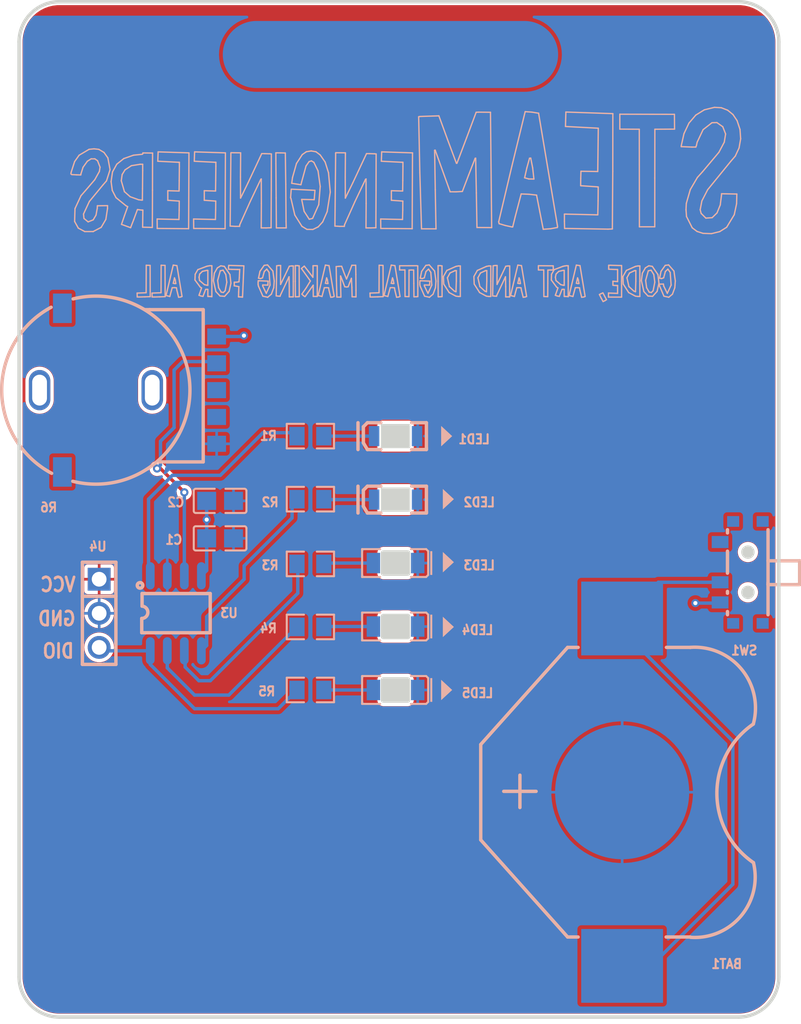
<source format=kicad_pcb>
(kicad_pcb (version 20240108) (generator "pcbnew") (generator_version "8.0")
  (layers (0 "F.Cu" signal "Top Layer") (31 "B.Cu" signal "Bottom Layer") (34 "B.Paste" user "Bottom Paste Mask Layer") (35 "F.Paste" user "Top Paste Mask Layer") (36 "B.SilkS" user "Bottom Silkscreen Layer") (37 "F.SilkS" user "Top Silkscreen Layer") (38 "B.Mask" user "Bottom Solder Mask Layer") (39 "F.Mask" user "Top Solder Mask Layer") (44 "Edge.Cuts" user "Multi-Layer"))
  (net 0 "")
  (net 1 "VCC")
  (net 2 "GND")
  (net 3 "$1N1644")
  (net 4 "DIO")
  (net 5 "$1N2535")
  (net 6 "$1N2528")
  (net 7 "$1N2487")
  (net 8 "$1N2533")
  (net 9 "$1N2553")
  (net 10 "A0")
  (net 11 "LED1")
  (net 12 "LED2")
  (net 13 "LED3")
  (net 14 "LED4")
  (footprint "ProPrj_spoonsmeter_2025-02-03:Pad_e11" (layer "F.Cu") (at 149.812 71.524)
    (property "Reference" "")
    (property "Value" "")
  )
  (footprint "ProPrj_spoonsmeter_2025-02-03:R0805" (layer "B.Cu") (at 143.843 104.671)
    (property "Reference" "R2")
    (property "Value" "")
  )
  (footprint "ProPrj_spoonsmeter_2025-02-03:R0805" (layer "B.Cu") (at 143.843 99.972)
    (property "Reference" "R1")
    (property "Value" "")
  )
  (footprint "ProPrj_spoonsmeter_2025-02-03:LED1206-FD_GREEN-EH" (layer "B.Cu") (at 150.193 99.972 180)
    (property "Reference" "LED1")
    (property "Value" "")
    (fp_poly (pts (xy 0 -0.9) (arc (start 1 -0.9) (mid 1.070711 -0.870711) (end 1.1 -0.8)) (arc (start 1.1 0.8) (mid 1.070711 0.870711) (end 1 0.9)) (arc (start -1 0.9) (mid -1.070711 0.870711) (end -1.1 0.8)) (arc (start -1.1 -0.8) (mid -1.070711 -0.870711) (end -1 -0.9))) (fill solid) (layer "Edge.Cuts"))
  )
  (footprint "ProPrj_spoonsmeter_2025-02-03:RES-SMD_RK10J11R0A0H" (layer "B.Cu") (at 130.254 96.543 -90)
    (property "Reference" "R6")
    (property "Value" "")
  )
  (footprint "ProPrj_spoonsmeter_2025-02-03:R0805" (layer "B.Cu") (at 143.843 114.196)
    (property "Reference" "R4")
    (property "Value" "")
  )
  (footprint "ProPrj_spoonsmeter_2025-02-03:LED1206-RD_RED_LTST-C230CKT" (layer "B.Cu") (at 150.193 114.1645 180)
    (property "Reference" "LED4")
    (property "Value" "")
    (fp_poly (pts (arc (start 0.9 0.95) (mid 1.041421 0.891421) (end 1.1 0.75)) (arc (start 1.1 -0.75) (mid 1.041421 -0.891421) (end 0.9 -0.95)) (arc (start -0.9 -0.95) (mid -1.041421 -0.891421) (end -1.1 -0.75)) (arc (start -1.1 0.75) (mid -1.041421 0.891421) (end -0.9 0.95))) (fill solid) (layer "Edge.Cuts"))
  )
  (footprint "ProPrj_spoonsmeter_2025-02-03:C0805" (layer "B.Cu") (at 137.112 107.592)
    (property "Reference" "C1")
    (property "Value" "")
  )
  (footprint "ProPrj_spoonsmeter_2025-02-03:HDR-TH_3P-P2.54-V-M" (layer "B.Cu") (at 128.095 113.18 -90)
    (property "Reference" "U4")
    (property "Value" "")
  )
  (footprint "ProPrj_spoonsmeter_2025-02-03:R0805" (layer "B.Cu") (at 143.843 109.497)
    (property "Reference" "R3")
    (property "Value" "")
  )
  (footprint "ProPrj_spoonsmeter_2025-02-03:LED1206-RD_RED_LTST-C230CKT" (layer "B.Cu") (at 150.193 109.4335 180)
    (property "Reference" "LED3")
    (property "Value" "")
    (fp_poly (pts (arc (start 0.9 0.95) (mid 1.041421 0.891421) (end 1.1 0.75)) (arc (start 1.1 -0.75) (mid 1.041421 -0.891421) (end 0.9 -0.95)) (arc (start -0.9 -0.95) (mid -1.041421 -0.891421) (end -1.1 -0.75)) (arc (start -1.1 0.75) (mid -1.041421 0.891421) (end -0.9 0.95))) (fill solid) (layer "Edge.Cuts"))
  )
  (footprint "ProPrj_spoonsmeter_2025-02-03:C0805" (layer "B.Cu") (at 137.112 104.798)
    (property "Reference" "C2")
    (property "Value" "")
  )
  (footprint "ProPrj_spoonsmeter_2025-02-03:LED1206-RD_RED_LTST-C230CKT" (layer "B.Cu") (at 150.193 118.895 180)
    (property "Reference" "LED5")
    (property "Value" "")
    (fp_poly (pts (arc (start 0.9 0.95) (mid 1.041421 0.891421) (end 1.1 0.75)) (arc (start 1.1 -0.75) (mid 1.041421 -0.891421) (end 0.9 -0.95)) (arc (start -0.9 -0.95) (mid -1.041421 -0.891421) (end -1.1 -0.75)) (arc (start -1.1 0.75) (mid -1.041421 0.891421) (end -0.9 0.95))) (fill solid) (layer "Edge.Cuts"))
  )
  (footprint "ProPrj_spoonsmeter_2025-02-03:R0805" (layer "B.Cu") (at 143.843 118.895)
    (property "Reference" "R5")
    (property "Value" "")
  )
  (footprint "ProPrj_spoonsmeter_2025-02-03:SOP-8_L4.9-W3.8-P1.27-LS6.0-BL" (layer "B.Cu") (at 133.81 113.18)
    (property "Reference" "U3")
    (property "Value" "")
  )
  (footprint "ProPrj_spoonsmeter_2025-02-03:LED1206-FD_GREEN-EH" (layer "B.Cu") (at 150.193 104.703 180)
    (property "Reference" "LED2")
    (property "Value" "")
    (fp_poly (pts (xy 0 -0.9) (arc (start 1 -0.9) (mid 1.070711 -0.870711) (end 1.1 -0.8)) (arc (start 1.1 0.8) (mid 1.070711 0.870711) (end 1 0.9)) (arc (start -1 0.9) (mid -1.070711 0.870711) (end -1.1 0.8)) (arc (start -1.1 -0.8) (mid -1.070711 -0.870711) (end -1 -0.9))) (fill solid) (layer "Edge.Cuts"))
  )
  (footprint "ProPrj_spoonsmeter_2025-02-03:BAT-SMD_MY-2032-05-R" (layer "B.Cu") (at 167.084 126.515 90)
    (property "Reference" "BAT1")
    (property "Value" "")
  )
  (footprint "ProPrj_spoonsmeter_2025-02-03:SW-SMD_K3-1296S-J1" (layer "B.Cu") (at 175.974 110.132 90)
    (property "Reference" "SW1")
    (property "Value" "")
    (fp_poly (pts (xy 2.015 0.4875) (xy 1.994746 0.628366) (xy 1.935627 0.75782) (xy 1.84243 0.865375) (xy 1.722708 0.942316) (xy 1.586157 0.982411) (xy 1.443843 0.982411) (xy 1.307292 0.942316) (xy 1.18757 0.865375) (xy 1.094373 0.75782) (xy 1.035254 0.628366) (xy 1.015 0.4875) (xy 1.035254 0.346634) (xy 1.094373 0.21718) (xy 1.18757 0.109625) (xy 1.307292 0.032684) (xy 1.443843 -0.007411) (xy 1.586157 -0.007411) (xy 1.722708 0.032684) (xy 1.84243 0.109625) (xy 1.935627 0.21718) (xy 1.994746 0.346634)) (fill solid) (layer "Edge.Cuts"))
    (fp_poly (pts (xy -0.985 0.4875) (xy -1.005254 0.628366) (xy -1.064373 0.75782) (xy -1.15757 0.865375) (xy -1.277292 0.942316) (xy -1.413843 0.982411) (xy -1.556157 0.982411) (xy -1.692708 0.942316) (xy -1.81243 0.865375) (xy -1.905627 0.75782) (xy -1.964746 0.628366) (xy -1.985 0.4875) (xy -1.964746 0.346634) (xy -1.905627 0.21718) (xy -1.81243 0.109625) (xy -1.692708 0.032684) (xy -1.556157 -0.007411) (xy -1.413843 -0.007411) (xy -1.277292 0.032684) (xy -1.15757 0.109625) (xy -1.064373 0.21718) (xy -1.005254 0.346634)) (fill solid) (layer "Edge.Cuts"))
  )
  (gr_line (start 162.2475 89.524) (end 162.403 89.554) (stroke (width 0.1)) (layer "B.SilkS"))
  (gr_line (start 126.0525 80.4755) (end 126.425 80.4935) (stroke (width 0.1)) (layer "B.SilkS"))
  (gr_line (start 154.7695 79.6315) (end 154.729 79.6315) (stroke (width 0.1)) (layer "B.SilkS"))
  (gr_line (start 131.3175 82.3765) (end 131.2475 82.3765) (stroke (width 0.1)) (layer "B.SilkS"))
  (gr_line (start 134.045 83.822) (end 132.417 83.7865) (stroke (width 0.1)) (layer "B.SilkS"))
  (gr_line (start 135.836 89.554) (end 135.9355 89.292) (stroke (width 0.1)) (layer "B.SilkS"))
  (gr_line (start 134.7895 78.8555) (end 132.492 78.7815) (stroke (width 0.1)) (layer "B.SilkS"))
  (gr_line (start 156.995 88.419) (end 156.9695 89.209) (stroke (width 0.1)) (layer "B.SilkS"))
  (gr_line (start 140.836 88.7115) (end 140.554 89.3255) (stroke (width 0.1)) (layer "B.SilkS"))
  (gr_line (start 156.479 88.8225) (end 156.331 88.1685) (stroke (width 0.1)) (layer "B.SilkS"))
  (gr_line (start 143.7465 79.509) (end 143.92 79.454) (stroke (width 0.1)) (layer "B.SilkS"))
  (gr_line (start 140.687 88.492) (end 140.6975 88.417) (stroke (width 0.1)) (layer "B.SilkS"))
  (gr_line (start 126.929 83.417) (end 127.3665 82.476) (stroke (width 0.1)) (layer "B.SilkS"))
  (gr_line (start 174.585 76.906) (end 174.7995 77.447) (stroke (width 0.1)) (layer "B.SilkS"))
  (gr_line (start 137.4875 89.1345) (end 137.3545 89.2645) (stroke (width 0.1)) (layer "B.SilkS"))
  (gr_line (start 157.7615 87.2525) (end 157.618 87.2525) (stroke (width 0.1)) (layer "B.SilkS"))
  (gr_line (start 172.5765 76.0395) (end 172.067 76.635) (stroke (width 0.1)) (layer "B.SilkS"))
  (gr_line (start 173.029 82.4375) (end 173.461 81.602) (stroke (width 0.1)) (layer "B.SilkS"))
  (gr_line (start 150.7285 83.131) (end 150.712 83.822) (stroke (width 0.1)) (layer "B.SilkS"))
  (gr_line (start 157.145 89.5575) (end 157.2935 89.5575) (stroke (width 0.1)) (layer "B.SilkS"))
  (gr_line (start 140.3005 89.5405) (end 140.662 89.6175) (stroke (width 0.1)) (layer "B.SilkS"))
  (gr_line (start 127.862 83.495) (end 127.652 83.8495) (stroke (width 0.1)) (layer "B.SilkS"))
  (gr_line (start 142.4155 81.562) (end 142.368 82.192) (stroke (width 0.1)) (layer "B.SilkS"))
  (gr_line (start 145.056 88.174) (end 145.1115 88.3305) (stroke (width 0.1)) (layer "B.SilkS"))
  (gr_line (start 155.0215 88.4215) (end 155.0215 87.2855) (stroke (width 0.1)) (layer "B.SilkS"))
  (gr_line (start 150.7345 82.451) (end 150.7285 83.131) (stroke (width 0.1)) (layer "B.SilkS"))
  (gr_line (start 132.417 83.7865) (end 132.425 84.491) (stroke (width 0.1)) (layer "B.SilkS"))
  (gr_line (start 129.761 84.1865) (end 130.439 84.433) (stroke (width 0.1)) (layer "B.SilkS"))
  (gr_line (start 156.1655 79.252) (end 156.216 81.838) (stroke (width 0.1)) (layer "B.SilkS"))
  (gr_line (start 154.873 89.5575) (end 155.0215 89.5575) (stroke (width 0.1)) (layer "B.SilkS"))
  (gr_line (start 168.263 87.2855) (end 168.112 87.3105) (stroke (width 0.1)) (layer "B.SilkS"))
  (gr_line (start 126.7375 80.4245) (end 126.896 79.925) (stroke (width 0.1)) (layer "B.SilkS"))
  (gr_line (start 136.1985 87.2935) (end 136.0935 87.3185) (stroke (width 0.1)) (layer "B.SilkS"))
  (gr_line (start 133.365 89.5605) (end 133.4515 89.2355) (stroke (width 0.1)) (layer "B.SilkS"))
  (gr_line (start 158.8615 79.8575) (end 157.8805 83.9975) (stroke (width 0.1)) (layer "B.SilkS"))
  (gr_line (start 145.8175 89.607) (end 146.116 89.607) (stroke (width 0.1)) (layer "B.SilkS"))
  (gr_line (start 151.9155 76.162) (end 152.003 80.3415) (stroke (width 0.1)) (layer "B.SilkS"))
  (gr_line (start 162.105 89.472) (end 162.2475 89.524) (stroke (width 0.1)) (layer "B.SilkS"))
  (gr_line (start 129.4105 79.699) (end 129.0925 80.2735) (stroke (width 0.1)) (layer "B.SilkS"))
  (gr_line (start 135.5435 88.131) (end 135.5885 87.889) (stroke (width 0.1)) (layer "B.SilkS"))
  (gr_line (start 149.8805 81.6755) (end 149.8805 82.39) (stroke (width 0.1)) (layer "B.SilkS"))
  (gr_line (start 163.131 89.49) (end 163.415 89.5605) (stroke (width 0.1)) (layer "B.SilkS"))
  (gr_line (start 173.74 84.879) (end 174.364 84.7245) (stroke (width 0.1)) (layer "B.SilkS"))
  (gr_line (start 127.2735 84) (end 126.9635 83.745) (stroke (width 0.1)) (layer "B.SilkS"))
  (gr_line (start 141.149 88.405) (end 141.047 87.6675) (stroke (width 0.1)) (layer "B.SilkS"))
  (gr_line (start 143.2075 89.3855) (end 143.313 89.489) (stroke (width 0.1)) (layer "B.SilkS"))
  (gr_line (start 163.67 88.5795) (end 163.7625 88.174) (stroke (width 0.1)) (layer "B.SilkS"))
  (gr_line (start 174.149 76.5975) (end 174.585 76.906) (stroke (width 0.1)) (layer "B.SilkS"))
  (gr_line (start 163.67 87.222) (end 163.131 89.49) (stroke (width 0.1)) (layer "B.SilkS"))
  (gr_line (start 163.0645 88.4235) (end 163.0645 87.269) (stroke (width 0.1)) (layer "B.SilkS"))
  (gr_line (start 132.492 78.7815) (end 132.4675 79.4795) (stroke (width 0.1)) (layer "B.SilkS"))
  (gr_line (start 163.0645 89.5785) (end 163.0645 88.4235) (stroke (width 0.1)) (layer "B.SilkS"))
  (gr_line (start 152.012 88.3885) (end 152.0015 88.5295) (stroke (width 0.1)) (layer "B.SilkS"))
  (gr_line (start 153.363 87.2635) (end 153.361 88.4295) (stroke (width 0.1)) (layer "B.SilkS"))
  (gr_line (start 146.9535 89.5825) (end 147.2435 89.592) (stroke (width 0.1)) (layer "B.SilkS"))
  (gr_line (start 128.07 78.5935) (end 127.716 78.554) (stroke (width 0.1)) (layer "B.SilkS"))
  (gr_line (start 144.7085 89.5605) (end 144.795 89.2355) (stroke (width 0.1)) (layer "B.SilkS"))
  (gr_line (start 169.0345 87.646) (end 169.242 87.6005) (stroke (width 0.1)) (layer "B.SilkS"))
  (gr_line (start 143.313 89.489) (end 143.4345 89.574) (stroke (width 0.1)) (layer "B.SilkS"))
  (gr_line (start 138.4965 89.2235) (end 138.4845 89.5905) (stroke (width 0.1)) (layer "B.SilkS"))
  (gr_line (start 165.267 80.246) (end 164.014 80.2275) (stroke (width 0.1)) (layer "B.SilkS"))
  (gr_line (start 135.576 89.3695) (end 135.5375 89.472) (stroke (width 0.1)) (layer "B.SilkS"))
  (gr_line (start 162.766 87.2935) (end 162.661 87.3185) (stroke (width 0.1)) (layer "B.SilkS"))
  (gr_line (start 168.0415 87.335) (end 167.401 87.62) (stroke (width 0.1)) (layer "B.SilkS"))
  (gr_line (start 134.062 83.131) (end 134.045 83.822) (stroke (width 0.1)) (layer "B.SilkS"))
  (gr_line (start 170.1785 88.171) (end 170.3065 87.7) (stroke (width 0.1)) (layer "B.SilkS"))
  (gr_line (start 138.5445 88.1645) (end 138.518 88.468) (stroke (width 0.1)) (layer "B.SilkS"))
  (gr_line (start 135.5885 87.889) (end 135.7945 87.688) (stroke (width 0.1)) (layer "B.SilkS"))
  (gr_line (start 157.8805 83.9975) (end 157.9165 84.1345) (stroke (width 0.1)) (layer "B.SilkS"))
  (gr_line (start 133.893 87.2635) (end 133.62 87.222) (stroke (width 0.1)) (layer "B.SilkS"))
  (gr_line (start 152.733 88.715) (end 152.733 88.641) (stroke (width 0.1)) (layer "B.SilkS"))
  (gr_line (start 140.6765 88.641) (end 140.687 88.492) (stroke (width 0.1)) (layer "B.SilkS"))
  (gr_line (start 134.065 80.9245) (end 134.054 81.7) (stroke (width 0.1)) (layer "B.SilkS"))
  (gr_line (start 149.134 79.4795) (end 150.664 79.557) (stroke (width 0.1)) (layer "B.SilkS"))
  (gr_line (start 150.0645 88.5955) (end 149.9735 88.5955) (stroke (width 0.1)) (layer "B.SilkS"))
  (gr_line (start 135.6355 88.8675) (end 135.7325 88.921) (stroke (width 0.1)) (layer "B.SilkS"))
  (gr_line (start 165.649 89.292) (end 165.5125 89.353) (stroke (width 0.1)) (layer "B.SilkS"))
  (gr_line (start 137.485 84.5075) (end 137.509 78.8555) (stroke (width 0.1)) (layer "B.SilkS"))
  (gr_line (start 142.567 87.2855) (end 142.428 87.2855) (stroke (width 0.1)) (layer "B.SilkS"))
  (gr_line (start 147.2215 87.2355) (end 146.9345 87.2355) (stroke (width 0.1)) (layer "B.SilkS"))
  (gr_line (start 154.0175 87.62) (end 153.7605 88.076) (stroke (width 0.1)) (layer "B.SilkS"))
  (gr_line (start 138.5485 89.5905) (end 138.697 89.601) (stroke (width 0.1)) (layer "B.SilkS"))
  (gr_line (start 138.518 88.468) (end 138.346 88.496) (stroke (width 0.1)) (layer "B.SilkS"))
  (gr_line (start 156.0325 88.076) (end 156.0565 88.637) (stroke (width 0.1)) (layer "B.SilkS"))
  (gr_line (start 135.2555 87.9025) (end 135.237 88.332) (stroke (width 0.1)) (layer "B.SilkS"))
  (gr_line (start 171.489 78.3915) (end 172.2875 78.4235) (stroke (width 0.1)) (layer "B.SilkS"))
  (gr_line (start 145.7655 87.333) (end 145.7855 88.3965) (stroke (width 0.1)) (layer "B.SilkS"))
  (gr_line (start 145.1555 88.5955) (end 145.0645 88.5955) (stroke (width 0.1)) (layer "B.SilkS"))
  (gr_line (start 131.9035 89.574) (end 131.8955 87.244) (stroke (width 0.1)) (layer "B.SilkS"))
  (gr_line (start 150.664 79.557) (end 150.743 79.5575) (stroke (width 0.1)) (layer "B.SilkS"))
  (gr_line (start 175.871 77.106) (end 175.6515 76.448) (stroke (width 0.1)) (layer "B.SilkS"))
  (gr_line (start 168.3715 84.3665) (end 169.5155 84.3665) (stroke (width 0.1)) (layer "B.SilkS"))
  (gr_line (start 150.27 89.6175) (end 150.415 89.6035) (stroke (width 0.1)) (layer "B.SilkS"))
  (gr_line (start 126.9635 83.745) (end 126.929 83.417) (stroke (width 0.1)) (layer "B.SilkS"))
  (gr_line (start 154.658 87.335) (end 154.0175 87.62) (stroke (width 0.1)) (layer "B.SilkS"))
  (gr_line (start 130.1035 82.803) (end 130.224 82.864) (stroke (width 0.1)) (layer "B.SilkS"))
  (gr_line (start 162.661 87.3185) (end 162.02 87.5605) (stroke (width 0.1)) (layer "B.SilkS"))
  (gr_line (start 158.409 87.306) (end 158.081 87.9945) (stroke (width 0.1)) (layer "B.SilkS"))
  (gr_line (start 141.597 89.489) (end 142.252 88.091) (stroke (width 0.1)) (layer "B.SilkS"))
  (gr_line (start 174.159 83.331) (end 173.7945 83.686) (stroke (width 0.1)) (layer "B.SilkS"))
  (gr_line (start 166.649 88.745) (end 166.746 88.745) (stroke (width 0.1)) (layer "B.SilkS"))
  (gr_line (start 160.8565 75.8995) (end 160.3615 75.819) (stroke (width 0.1)) (layer "B.SilkS"))
  (gr_line (start 167.442 88.1685) (end 167.6375 87.809) (stroke (width 0.1)) (layer "B.SilkS"))
  (gr_line (start 173.12 77.125) (end 173.7835 76.607) (stroke (width 0.1)) (layer "B.SilkS"))
  (gr_line (start 150.712 83.822) (end 149.084 83.7865) (stroke (width 0.1)) (layer "B.SilkS"))
  (gr_line (start 150.9 89.566) (end 151.19 89.5755) (stroke (width 0.1)) (layer "B.SilkS"))
  (gr_line (start 152.0035 88.6785) (end 152.0285 88.7945) (stroke (width 0.1)) (layer "B.SilkS"))
  (gr_line (start 136.7815 83.131) (end 136.765 83.822) (stroke (width 0.1)) (layer "B.SilkS"))
  (gr_line (start 133.007 87.244) (end 132.717 87.2345) (stroke (width 0.1)) (layer "B.SilkS"))
  (gr_line (start 126.294 83.0105) (end 126.2665 83.9675) (stroke (width 0.1)) (layer "B.SilkS"))
  (gr_line (start 144.4655 82.7165) (end 144.0095 83.7395) (stroke (width 0.1)) (layer "B.SilkS"))
  (gr_line (start 154.7155 89.542) (end 154.873 89.5575) (stroke (width 0.1)) (layer "B.SilkS"))
  (gr_line (start 150.4945 87.584) (end 150.892 87.584) (stroke (width 0.1)) (layer "B.SilkS"))
  (gr_line (start 145.727 78.8815) (end 145.6725 84.313) (stroke (width 0.1)) (layer "B.SilkS"))
  (gr_line (start 140.4505 78.913) (end 140.2165 78.911) (stroke (width 0.1)) (layer "B.SilkS"))
  (gr_line (start 136.785 80.9245) (end 136.774 81.7) (stroke (width 0.1)) (layer "B.SilkS"))
  (gr_line (start 153.7845 88.637) (end 154.1875 89.2675) (stroke (width 0.1)) (layer "B.SilkS"))
  (gr_line (start 145.975 87.316) (end 145.7655 87.333) (stroke (width 0.1)) (layer "B.SilkS"))
  (gr_line (start 158.7695 89.49) (end 159.0535 89.5605) (stroke (width 0.1)) (layer "B.SilkS"))
  (gr_line (start 140.914 84.437) (end 140.9275 81.68) (stroke (width 0.1)) (layer "B.SilkS"))
  (gr_line (start 150.415 89.6035) (end 150.5275 89.5595) (stroke (width 0.1)) (layer "B.SilkS"))
  (gr_line (start 141.482 87.2525) (end 141.331 87.273) (stroke (width 0.1)) (layer "B.SilkS"))
  (gr_line (start 172.6255 78.297) (end 172.676 78.0625) (stroke (width 0.1)) (layer "B.SilkS"))
  (gr_line (start 141.11 88.9105) (end 141.149 88.405) (stroke (width 0.1)) (layer "B.SilkS"))
  (gr_line (start 161.2485 89.5655) (end 161.5385 89.575) (stroke (width 0.1)) (layer "B.SilkS"))
  (gr_line (start 133.721 88.5955) (end 133.62 88.5795) (stroke (width 0.1)) (layer "B.SilkS"))
  (gr_line (start 131.0925 89.6005) (end 131.9035 89.574) (stroke (width 0.1)) (layer "B.SilkS"))
  (gr_line (start 162.684 87.617) (end 162.766 87.617) (stroke (width 0.1)) (layer "B.SilkS"))
  (gr_line (start 140.9335 78.9355) (end 140.809 78.925) (stroke (width 0.1)) (layer "B.SilkS"))
  (gr_line (start 163.991 81.2975) (end 164.0295 81.3055) (stroke (width 0.1)) (layer "B.SilkS"))
  (gr_line (start 170.1875 88.7885) (end 170.1625 88.635) (stroke (width 0.1)) (layer "B.SilkS"))
  (gr_line (start 175.4435 83.4665) (end 175.6185 82.6415) (stroke (width 0.1)) (layer "B.SilkS"))
  (gr_line (start 132.072 81.639) (end 132.078 78.8695) (stroke (width 0.1)) (layer "B.SilkS"))
  (gr_line (start 151.368 87.5875) (end 151.541 87.5875) (stroke (width 0.1)) (layer "B.SilkS"))
  (gr_line (start 174.499 81.904) (end 174.487 82.045) (stroke (width 0.1)) (layer "B.SilkS"))
  (gr_line (start 169.8765 88.199) (end 170.0205 88.229) (stroke (width 0.1)) (layer "B.SilkS"))
  (gr_line (start 158.4045 88.8325) (end 158.4045 89.5905) (stroke (width 0.1)) (layer "B.SilkS"))
  (gr_line (start 168.0805 89.209) (end 167.958 89.16) (stroke (width 0.1)) (layer "B.SilkS"))
  (gr_line (start 157.3575 84.426) (end 157.269 75.83) (stroke (width 0.1)) (layer "B.SilkS"))
  (gr_line (start 159.3085 88.5795) (end 159.401 88.174) (stroke (width 0.1)) (layer "B.SilkS"))
  (gr_line (start 154.723 81.7595) (end 155.1735 81.732) (stroke (width 0.1)) (layer "B.SilkS"))
  (gr_line (start 167.958 89.16) (end 167.59 88.8225) (stroke (width 0.1)) (layer "B.SilkS"))
  (gr_line (start 150.743 79.853) (end 150.732 80.9245) (stroke (width 0.1)) (layer "B.SilkS"))
  (gr_line (start 165.2485 81.391) (end 165.3015 81.3995) (stroke (width 0.1)) (layer "B.SilkS"))
  (gr_line (start 146.387 84.2215) (end 147.1625 82.493) (stroke (width 0.1)) (layer "B.SilkS"))
  (gr_line (start 150.892 87.584) (end 150.9 89.566) (stroke (width 0.1)) (layer "B.SilkS"))
  (gr_line (start 162.2995 88.921) (end 162.143 89.3695) (stroke (width 0.1)) (layer "B.SilkS"))
  (gr_line (start 170.451 89.3255) (end 170.1875 88.7885) (stroke (width 0.1)) (layer "B.SilkS"))
  (gr_line (start 144.042 87.7) (end 144.0295 88.1305) (stroke (width 0.1)) (layer "B.SilkS"))
  (gr_line (start 168.0355 89.516) (end 168.0985 89.542) (stroke (width 0.1)) (layer "B.SilkS"))
  (gr_line (start 168.4045 89.5575) (end 168.4045 88.4215) (stroke (width 0.1)) (layer "B.SilkS"))
  (gr_line (start 129.933 79.2815) (end 129.4105 79.699) (stroke (width 0.1)) (layer "B.SilkS"))
  (gr_line (start 133.2135 81.6755) (end 133.2135 82.39) (stroke (width 0.1)) (layer "B.SilkS"))
  (gr_line (start 145.3615 89.6175) (end 145.5065 89.6035) (stroke (width 0.1)) (layer "B.SilkS"))
  (gr_line (start 156.995 87.629) (end 156.995 88.419) (stroke (width 0.1)) (layer "B.SilkS"))
  (gr_line (start 170.948 87.6675) (end 170.5485 87.209) (stroke (width 0.1)) (layer "B.SilkS"))
  (gr_line (start 128.719 83.0025) (end 128.7195 82.7905) (stroke (width 0.1)) (layer "B.SilkS"))
  (gr_line (start 137.105 89.524) (end 137.4465 89.551) (stroke (width 0.1)) (layer "B.SilkS"))
  (gr_line (start 132.046 89.599) (end 132.2035 89.6005) (stroke (width 0.1)) (layer "B.SilkS"))
  (gr_line (start 136.199 89.03) (end 136.199 89.5575) (stroke (width 0.1)) (layer "B.SilkS"))
  (gr_line (start 130.935 89.599) (end 131.0925 89.6005) (stroke (width 0.1)) (layer "B.SilkS"))
  (gr_line (start 146.174 87.3105) (end 145.975 87.316) (stroke (width 0.1)) (layer "B.SilkS"))
  (gr_line (start 162.149 88.3715) (end 162.111 88.131) (stroke (width 0.1)) (layer "B.SilkS"))
  (gr_line (start 145.735 78.8435) (end 145.727 78.8815) (stroke (width 0.1)) (layer "B.SilkS"))
  (gr_line (start 159.5575 81.9185) (end 160.1355 81.9405) (stroke (width 0.1)) (layer "B.SilkS"))
  (gr_line (start 143.5385 78.7735) (end 143.2375 78.985) (stroke (width 0.1)) (layer "B.SilkS"))
  (gr_line (start 144.0295 88.1305) (end 143.711 87.7085) (stroke (width 0.1)) (layer "B.SilkS"))
  (gr_line (start 166.029 84.5415) (end 166.3555 84.529) (stroke (width 0.1)) (layer "B.SilkS"))
  (gr_line (start 162.156 87.889) (end 162.362 87.688) (stroke (width 0.1)) (layer "B.SilkS"))
  (gr_line (start 143.1945 81.0095) (end 143.5175 79.8345) (stroke (width 0.1)) (layer "B.SilkS"))
  (gr_line (start 143.1935 82.324) (end 144.1275 82.346) (stroke (width 0.1)) (layer "B.SilkS"))
  (gr_line (start 152.733 88.641) (end 152.7435 88.492) (stroke (width 0.1)) (layer "B.SilkS"))
  (gr_line (start 174.487 82.045) (end 174.4 82.737) (stroke (width 0.1)) (layer "B.SilkS"))
  (gr_line (start 146.9345 87.2355) (end 146.744 87.7445) (stroke (width 0.1)) (layer "B.SilkS"))
  (gr_line (start 165.27 83.4765) (end 162.878 83.4215) (stroke (width 0.1)) (layer "B.SilkS"))
  (gr_line (start 157.733 89.489) (end 158.388 88.091) (stroke (width 0.1)) (layer "B.SilkS"))
  (gr_line (start 146.902 88.206) (end 146.937 88.8775) (stroke (width 0.1)) (layer "B.SilkS"))
  (gr_line (start 156.0565 88.637) (end 156.459 89.2675) (stroke (width 0.1)) (layer "B.SilkS"))
  (gr_line (start 140.2165 78.911) (end 139.1995 81.079) (stroke (width 0.1)) (layer "B.SilkS"))
  (gr_line (start 136.796 79.5575) (end 136.796 79.853) (stroke (width 0.1)) (layer "B.SilkS"))
  (gr_line (start 157.2935 89.5575) (end 157.2935 88.4215) (stroke (width 0.1)) (layer "B.SilkS"))
  (gr_line (start 158.703 88.438) (end 158.703 87.2855) (stroke (width 0.1)) (layer "B.SilkS"))
  (gr_line (start 172.6975 80.685) (end 172.166 81.591) (stroke (width 0.1)) (layer "B.SilkS"))
  (gr_line (start 166.391 75.9315) (end 162.8905 75.812) (stroke (width 0.1)) (layer "B.SilkS"))
  (gr_line (start 153.3715 89.5825) (end 153.413 89.5835) (stroke (width 0.1)) (layer "B.SilkS"))
  (gr_line (start 145.6725 84.313) (end 146.032 84.3335) (stroke (width 0.1)) (layer "B.SilkS"))
  (gr_line (start 143.92 79.454) (end 144.103 79.5605) (stroke (width 0.1)) (layer "B.SilkS"))
  (gr_line (start 154.0675 77.86) (end 153.4225 76.0955) (stroke (width 0.1)) (layer "B.SilkS"))
  (gr_line (start 134.163 89.6035) (end 134.275 89.5595) (stroke (width 0.1)) (layer "B.SilkS"))
  (gr_line (start 151.5535 88.5875) (end 151.5625 89.5825) (stroke (width 0.1)) (layer "B.SilkS"))
  (gr_line (start 163.415 89.5605) (end 163.5015 89.2355) (stroke (width 0.1)) (layer "B.SilkS"))
  (gr_line (start 163.944 89.116) (end 164.068 89.6175) (stroke (width 0.1)) (layer "B.SilkS"))
  (gr_line (start 137.4845 84.5075) (end 137.485 84.5075) (stroke (width 0.1)) (layer "B.SilkS"))
  (gr_line (start 165.389 89.414) (end 165.5205 89.6765) (stroke (width 0.1)) (layer "B.SilkS"))
  (gr_line (start 173.079 80.262) (end 172.6975 80.685) (stroke (width 0.1)) (layer "B.SilkS"))
  (gr_line (start 144.427 84.37) (end 144.761 84.0005) (stroke (width 0.1)) (layer "B.SilkS"))
  (gr_line (start 168.8365 88.3635) (end 169.0345 87.646) (stroke (width 0.1)) (layer "B.SilkS"))
  (gr_line (start 167.0445 89.607) (end 167.0445 88.4325) (stroke (width 0.1)) (layer "B.SilkS"))
  (gr_line (start 173.7945 83.686) (end 173.3245 83.72) (stroke (width 0.1)) (layer "B.SilkS"))
  (gr_line (start 144.357 87.269) (end 144.042 87.269) (stroke (width 0.1)) (layer "B.SilkS"))
  (gr_line (start 162.8905 75.812) (end 162.86 76.8885) (stroke (width 0.1)) (layer "B.SilkS"))
  (gr_line (start 135.145 84.491) (end 137.4845 84.5075) (stroke (width 0.1)) (layer "B.SilkS"))
  (gr_line (start 156.331 88.1685) (end 156.526 87.809) (stroke (width 0.1)) (layer "B.SilkS"))
  (gr_line (start 137.845 87.924) (end 137.4255 87.317) (stroke (width 0.1)) (layer "B.SilkS"))
  (gr_line (start 136.612 88.3715) (end 136.799 89.196) (stroke (width 0.1)) (layer "B.SilkS"))
  (gr_line (start 141.6095 78.8545) (end 141.268 78.8525) (stroke (width 0.1)) (layer "B.SilkS"))
  (gr_line (start 136.1985 88.7315) (end 136.1125 88.7195) (stroke (width 0.1)) (layer "B.SilkS"))
  (gr_line (start 162.6015 89.035) (end 162.69 89.024) (stroke (width 0.1)) (layer "B.SilkS"))
  (gr_line (start 163.9075 88.9145) (end 163.944 89.116) (stroke (width 0.1)) (layer "B.SilkS"))
  (gr_line (start 143.2375 78.985) (end 142.8075 79.6455) (stroke (width 0.1)) (layer "B.SilkS"))
  (gr_line (start 164.068 89.6175) (end 164.213 89.6035) (stroke (width 0.1)) (layer "B.SilkS"))
  (gr_line (start 147.2435 89.098) (end 147.2325 87.92) (stroke (width 0.1)) (layer "B.SilkS"))
  (gr_line (start 159.5005 88.5955) (end 159.4095 88.5955) (stroke (width 0.1)) (layer "B.SilkS"))
  (gr_line (start 155.0215 87.2855) (end 154.88 87.2855) (stroke (width 0.1)) (layer "B.SilkS"))
  (gr_line (start 159.581 87.2635) (end 159.3085 87.222) (stroke (width 0.1)) (layer "B.SilkS"))
  (gr_line (start 142.8075 79.6455) (end 142.5105 80.6935) (stroke (width 0.1)) (layer "B.SilkS"))
  (gr_line (start 126.0085 80.3035) (end 125.9895 80.4225) (stroke (width 0.1)) (layer "B.SilkS"))
  (gr_line (start 135.4525 87.5605) (end 135.2555 87.9025) (stroke (width 0.1)) (layer "B.SilkS"))
  (gr_line (start 145.5065 89.6035) (end 145.6185 89.5595) (stroke (width 0.1)) (layer "B.SilkS"))
  (gr_line (start 149.872 88.5795) (end 149.8725 88.5795) (stroke (width 0.1)) (layer "B.SilkS"))
  (gr_line (start 152.0185 76.1415) (end 151.9155 76.162) (stroke (width 0.1)) (layer "B.SilkS"))
  (gr_line (start 149.872 87.222) (end 149.333 89.49) (stroke (width 0.1)) (layer "B.SilkS"))
  (gr_line (start 131.039 82.351) (end 130.41 82.126) (stroke (width 0.1)) (layer "B.SilkS"))
  (gr_line (start 144.103 79.5605) (end 144.414 80.2015) (stroke (width 0.1)) (layer "B.SilkS"))
  (gr_line (start 157.578 89.5335) (end 157.721 89.545) (stroke (width 0.1)) (layer "B.SilkS"))
  (gr_line (start 143.843 88.4065) (end 143.5415 88.904) (stroke (width 0.1)) (layer "B.SilkS"))
  (gr_line (start 174.364 84.7245) (end 174.877 84.4005) (stroke (width 0.1)) (layer "B.SilkS"))
  (gr_line (start 145.1465 88.5415) (end 145.1555 88.5955) (stroke (width 0.1)) (layer "B.SilkS"))
  (gr_line (start 132.709 89.284) (end 132.036 89.3085) (stroke (width 0.1)) (layer "B.SilkS"))
  (gr_line (start 131.3395 80.1835) (end 131.3285 81.5185) (stroke (width 0.1)) (layer "B.SilkS"))
  (gr_line (start 160.842 87.2685) (end 160.842 87.584) (stroke (width 0.1)) (layer "B.SilkS"))
  (gr_line (start 141.307 84.4495) (end 142.041 84.4495) (stroke (width 0.1)) (layer "B.SilkS"))
  (gr_line (start 150.743 79.5575) (end 150.743 79.853) (stroke (width 0.1)) (layer "B.SilkS"))
  (gr_line (start 154.1875 89.2675) (end 154.652 89.516) (stroke (width 0.1)) (layer "B.SilkS"))
  (gr_line (start 130.4995 79.8115) (end 131.151 79.7065) (stroke (width 0.1)) (layer "B.SilkS"))
  (gr_line (start 148.7445 78.9355) (end 148.62 78.925) (stroke (width 0.1)) (layer "B.SilkS"))
  (gr_line (start 142.252 88.091) (end 142.2685 88.8325) (stroke (width 0.1)) (layer "B.SilkS"))
  (gr_line (start 137.3545 89.2645) (end 137.1925 89.2355) (stroke (width 0.1)) (layer "B.SilkS"))
  (gr_line (start 175.6185 82.6415) (end 175.635 81.924) (stroke (width 0.1)) (layer "B.SilkS"))
  (gr_line (start 157.7585 88.662) (end 157.755 87.957) (stroke (width 0.1)) (layer "B.SilkS"))
  (gr_line (start 160.1215 80.8) (end 159.814 80.713) (stroke (width 0.1)) (layer "B.SilkS"))
  (gr_line (start 156.459 89.2675) (end 156.924 89.516) (stroke (width 0.1)) (layer "B.SilkS"))
  (gr_line (start 145.051 88.903) (end 145.201 88.9145) (stroke (width 0.1)) (layer "B.SilkS"))
  (gr_line (start 146.4055 88.838) (end 146.542 88.853) (stroke (width 0.1)) (layer "B.SilkS"))
  (gr_line (start 148.725 84.437) (end 148.7385 81.68) (stroke (width 0.1)) (layer "B.SilkS"))
  (gr_line (start 153.558 89.5785) (end 153.6615 89.5725) (stroke (width 0.1)) (layer "B.SilkS"))
  (gr_line (start 126.266 79.505) (end 126.0085 80.3035) (stroke (width 0.1)) (layer "B.SilkS"))
  (gr_line (start 152.8925 88.7115) (end 152.6105 89.3255) (stroke (width 0.1)) (layer "B.SilkS"))
  (gr_line (start 146.032 84.3335) (end 146.3755 84.3335) (stroke (width 0.1)) (layer "B.SilkS"))
  (gr_line (start 143.5865 84.5595) (end 144.0275 84.565) (stroke (width 0.1)) (layer "B.SilkS"))
  (gr_line (start 163.771 88.5955) (end 163.67 88.5795) (stroke (width 0.1)) (layer "B.SilkS"))
  (gr_line (start 136.796 79.853) (end 136.785 80.9245) (stroke (width 0.1)) (layer "B.SilkS"))
  (gr_line (start 141.585 89.545) (end 141.597 89.489) (stroke (width 0.1)) (layer "B.SilkS"))
  (gr_line (start 151.7495 89.579) (end 151.7505 89.5785) (stroke (width 0.1)) (layer "B.SilkS"))
  (gr_line (start 169.2615 89.2645) (end 169.0995 89.2355) (stroke (width 0.1)) (layer "B.SilkS"))
  (gr_line (start 133.081 89.49) (end 133.365 89.5605) (stroke (width 0.1)) (layer "B.SilkS"))
  (gr_line (start 145.2375 89.116) (end 145.3615 89.6175) (stroke (width 0.1)) (layer "B.SilkS"))
  (gr_line (start 143.015 89.5725) (end 143.007 87.277) (stroke (width 0.1)) (layer "B.SilkS"))
  (gr_line (start 174.697 78.061) (end 174.3 78.811) (stroke (width 0.1)) (layer "B.SilkS"))
  (gr_line (start 131.8955 87.244) (end 131.606 87.2345) (stroke (width 0.1)) (layer "B.SilkS"))
  (gr_line (start 170.0205 88.229) (end 170.1785 88.171) (stroke (width 0.1)) (layer "B.SilkS"))
  (gr_line (start 143.3755 83.214) (end 143.1935 82.324) (stroke (width 0.1)) (layer "B.SilkS"))
  (gr_line (start 131.311 78.9605) (end 130.653 79.029) (stroke (width 0.1)) (layer "B.SilkS"))
  (gr_line (start 144.051 88.721) (end 144.059 89.5575) (stroke (width 0.1)) (layer "B.SilkS"))
  (gr_line (start 138.1725 88.496) (end 138.1705 88.6205) (stroke (width 0.1)) (layer "B.SilkS"))
  (gr_line (start 140.278 88.171) (end 140.4055 87.7) (stroke (width 0.1)) (layer "B.SilkS"))
  (gr_line (start 132.618 89.59) (end 132.6165 89.59) (stroke (width 0.1)) (layer "B.SilkS"))
  (gr_line (start 128.3805 81.2465) (end 128.6435 80.943) (stroke (width 0.1)) (layer "B.SilkS"))
  (gr_line (start 151.19 89.5755) (end 151.198 87.5925) (stroke (width 0.1)) (layer "B.SilkS"))
  (gr_line (start 126.425 80.4935) (end 126.7255 80.503) (stroke (width 0.1)) (layer "B.SilkS"))
  (gr_line (start 132.036 89.3085) (end 132.046 89.599) (stroke (width 0.1)) (layer "B.SilkS"))
  (gr_line (start 165.917 89.8005) (end 165.649 89.292) (stroke (width 0.1)) (layer "B.SilkS"))
  (gr_line (start 145.817 89.5285) (end 145.8175 89.607) (stroke (width 0.1)) (layer "B.SilkS"))
  (gr_line (start 144.886 88.9065) (end 145.051 88.903) (stroke (width 0.1)) (layer "B.SilkS"))
  (gr_line (start 126.7255 80.503) (end 126.7375 80.4245) (stroke (width 0.1)) (layer "B.SilkS"))
  (gr_line (start 168.818 87.4285) (end 168.593 87.8245) (stroke (width 0.1)) (layer "B.SilkS"))
  (gr_line (start 149.084 83.7865) (end 149.092 84.491) (stroke (width 0.1)) (layer "B.SilkS"))
  (gr_line (start 147.0105 81.079) (end 146.4495 82.2275) (stroke (width 0.1)) (layer "B.SilkS"))
  (gr_line (start 144.0275 84.565) (end 144.427 84.37) (stroke (width 0.1)) (layer "B.SilkS"))
  (gr_line (start 154.729 79.6315) (end 154.0675 77.86) (stroke (width 0.1)) (layer "B.SilkS"))
  (gr_line (start 140.6765 88.715) (end 140.6765 88.641) (stroke (width 0.1)) (layer "B.SilkS"))
  (gr_line (start 174.9495 75.6745) (end 174.4825 75.492) (stroke (width 0.1)) (layer "B.SilkS"))
  (gr_line (start 159.4915 88.5415) (end 159.5005 88.5955) (stroke (width 0.1)) (layer "B.SilkS"))
  (gr_line (start 135.187 79.4795) (end 136.717 79.557) (stroke (width 0.1)) (layer "B.SilkS"))
  (gr_line (start 142.7165 87.2635) (end 142.7145 88.4295) (stroke (width 0.1)) (layer "B.SilkS"))
  (gr_line (start 144.9635 88.5795) (end 145.056 88.174) (stroke (width 0.1)) (layer "B.SilkS"))
  (gr_line (start 131.2845 83.122) (end 131.3535 83.123) (stroke (width 0.1)) (layer "B.SilkS"))
  (gr_line (start 168.106 88.419) (end 168.0805 89.209) (stroke (width 0.1)) (layer "B.SilkS"))
  (gr_line (start 138.644 78.969) (end 138.6445 78.8525) (stroke (width 0.1)) (layer "B.SilkS"))
  (gr_line (start 165.5205 89.6765) (end 165.664 89.938) (stroke (width 0.1)) (layer "B.SilkS"))
  (gr_line (start 166.386 80.229) (end 166.391 75.9315) (stroke (width 0.1)) (layer "B.SilkS"))
  (gr_line (start 131.3535 83.123) (end 131.3355 84.3955) (stroke (width 0.1)) (layer "B.SilkS"))
  (gr_line (start 173.7835 76.607) (end 174.149 76.5975) (stroke (width 0.1)) (layer "B.SilkS"))
  (gr_line (start 130.0245 80.1215) (end 130.4995 79.8115) (stroke (width 0.1)) (layer "B.SilkS"))
  (gr_line (start 140.542 84.4495) (end 140.913 84.4375) (stroke (width 0.1)) (layer "B.SilkS"))
  (gr_line (start 140.0385 88.39) (end 139.9555 88.3885) (stroke (width 0.1)) (layer "B.SilkS"))
  (gr_line (start 172.903 83.095) (end 173.029 82.4375) (stroke (width 0.1)) (layer "B.SilkS"))
  (gr_line (start 151.7505 89.5785) (end 151.854 89.5725) (stroke (width 0.1)) (layer "B.SilkS"))
  (gr_line (start 128.745 79.2305) (end 128.4585 78.825) (stroke (width 0.1)) (layer "B.SilkS"))
  (gr_line (start 165.3015 81.3995) (end 165.292 82.431) (stroke (width 0.1)) (layer "B.SilkS"))
  (gr_line (start 152.718 89.6175) (end 152.9905 89.3905) (stroke (width 0.1)) (layer "B.SilkS"))
  (gr_line (start 144.261 78.7745) (end 143.901 78.712) (stroke (width 0.1)) (layer "B.SilkS"))
  (gr_line (start 161.24 87.584) (end 161.2485 89.5655) (stroke (width 0.1)) (layer "B.SilkS"))
  (gr_line (start 163.5015 89.2355) (end 163.5925 88.9065) (stroke (width 0.1)) (layer "B.SilkS"))
  (gr_line (start 138.1705 88.6205) (end 138.1665 88.7655) (stroke (width 0.1)) (layer "B.SilkS"))
  (gr_line (start 154.059 88.1685) (end 154.254 87.809) (stroke (width 0.1)) (layer "B.SilkS"))
  (gr_line (start 135.212 78.7815) (end 135.187 79.4795) (stroke (width 0.1)) (layer "B.SilkS"))
  (gr_line (start 150.146 89.116) (end 150.27 89.6175) (stroke (width 0.1)) (layer "B.SilkS"))
  (gr_line (start 149.9735 88.5955) (end 149.872 88.5795) (stroke (width 0.1)) (layer "B.SilkS"))
  (gr_line (start 153.153 81.5985) (end 153.105 78.664) (stroke (width 0.1)) (layer "B.SilkS"))
  (gr_line (start 141.6185 87.957) (end 141.6255 87.2525) (stroke (width 0.1)) (layer "B.SilkS"))
  (gr_line (start 162.853 89.5575) (end 163.0025 89.568) (stroke (width 0.1)) (layer "B.SilkS"))
  (gr_line (start 148.288 89.3085) (end 148.298 89.599) (stroke (width 0.1)) (layer "B.SilkS"))
  (gr_line (start 166.398 88.7235) (end 166.475 88.7345) (stroke (width 0.1)) (layer "B.SilkS"))
  (gr_line (start 130.6755 83.8235) (end 130.675 83.8235) (stroke (width 0.1)) (layer "B.SilkS"))
  (gr_line (start 138.8835 87.278) (end 137.757 87.244) (stroke (width 0.1)) (layer "B.SilkS"))
  (gr_line (start 146.247 88.414) (end 146.4055 88.838) (stroke (width 0.1)) (layer "B.SilkS"))
  (gr_line (start 162.68 88.7195) (end 162.508 88.678) (stroke (width 0.1)) (layer "B.SilkS"))
  (gr_line (start 141.272 79.657) (end 141.291 82.211) (stroke (width 0.1)) (layer "B.SilkS"))
  (gr_line (start 168.0985 89.542) (end 168.256 89.5575) (stroke (width 0.1)) (layer "B.SilkS"))
  (gr_line (start 149.6175 89.5605) (end 149.7035 89.2355) (stroke (width 0.1)) (layer "B.SilkS"))
  (gr_line (start 128.2465 84.408) (end 128.594 83.8175) (stroke (width 0.1)) (layer "B.SilkS"))
  (gr_line (start 142.009 81.1935) (end 141.975 78.8655) (stroke (width 0.1)) (layer "B.SilkS"))
  (gr_line (start 142.368 82.192) (end 142.3985 82.2715) (stroke (width 0.1)) (layer "B.SilkS"))
  (gr_line (start 135.237 88.332) (end 135.6355 88.8675) (stroke (width 0.1)) (layer "B.SilkS"))
  (gr_line (start 127.7695 80.8565) (end 127.0775 81.665) (stroke (width 0.1)) (layer "B.SilkS"))
  (gr_line (start 135.9355 89.292) (end 136.0345 89.035) (stroke (width 0.1)) (layer "B.SilkS"))
  (gr_line (start 163.0025 89.568) (end 163.0645 89.5785) (stroke (width 0.1)) (layer "B.SilkS"))
  (gr_line (start 143.5175 79.8345) (end 143.7465 79.509) (stroke (width 0.1)) (layer "B.SilkS"))
  (gr_line (start 159.113 83.612) (end 159.5575 81.9185) (stroke (width 0.1)) (layer "B.SilkS"))
  (gr_line (start 175.6515 76.448) (end 175.346 75.9975) (stroke (width 0.1)) (layer "B.SilkS"))
  (gr_line (start 137.5365 87.927) (end 137.613 88.496) (stroke (width 0.1)) (layer "B.SilkS"))
  (gr_line (start 137.9775 87.54) (end 138.3945 87.5505) (stroke (width 0.1)) (layer "B.SilkS"))
  (gr_line (start 152.754 88.417) (end 152.095 88.39) (stroke (width 0.1)) (layer "B.SilkS"))
  (gr_line (start 166.746 89.3285) (end 166.066 89.3045) (stroke (width 0.1)) (layer "B.SilkS"))
  (gr_line (start 136.929 88.3635) (end 137.1275 87.646) (stroke (width 0.1)) (layer "B.SilkS"))
  (gr_line (start 140.178 84.4495) (end 140.542 84.4495) (stroke (width 0.1)) (layer "B.SilkS"))
  (gr_line (start 146.455 78.969) (end 146.4555 78.8525) (stroke (width 0.1)) (layer "B.SilkS"))
  (gr_line (start 163.996 80.7685) (end 163.991 81.2975) (stroke (width 0.1)) (layer "B.SilkS"))
  (gr_line (start 129.988 83.521) (end 129.761 84.1865) (stroke (width 0.1)) (layer "B.SilkS"))
  (gr_line (start 160.5065 80.807) (end 160.1215 80.8005) (stroke (width 0.1)) (layer "B.SilkS"))
  (gr_line (start 128.6435 80.943) (end 128.9085 80.109) (stroke (width 0.1)) (layer "B.SilkS"))
  (gr_line (start 131.3565 78.9105) (end 131.311 78.9605) (stroke (width 0.1)) (layer "B.SilkS"))
  (gr_line (start 133.4515 89.2355) (end 133.5425 88.9065) (stroke (width 0.1)) (layer "B.SilkS"))
  (gr_line (start 144.9635 87.222) (end 144.4245 89.49) (stroke (width 0.1)) (layer "B.SilkS"))
  (gr_line (start 159.9635 89.5595) (end 159.581 87.2635) (stroke (width 0.1)) (layer "B.SilkS"))
  (gr_line (start 156.924 89.516) (end 156.9875 89.542) (stroke (width 0.1)) (layer "B.SilkS"))
  (gr_line (start 131.3285 81.5185) (end 131.3175 82.3765) (stroke (width 0.1)) (layer "B.SilkS"))
  (gr_line (start 150.145 87.2635) (end 149.872 87.222) (stroke (width 0.1)) (layer "B.SilkS"))
  (gr_line (start 169.0715 87.275) (end 168.818 87.4285) (stroke (width 0.1)) (layer "B.SilkS"))
  (gr_line (start 173.3245 83.72) (end 172.974 83.3685) (stroke (width 0.1)) (layer "B.SilkS"))
  (gr_line (start 135.5375 89.472) (end 135.68 89.524) (stroke (width 0.1)) (layer "B.SilkS"))
  (gr_line (start 159.401 88.174) (end 159.4565 88.3305) (stroke (width 0.1)) (layer "B.SilkS"))
  (gr_line (start 134.7645 84.5075) (end 134.7655 84.5075) (stroke (width 0.1)) (layer "B.SilkS"))
  (gr_line (start 128.594 83.8175) (end 128.719 83.0025) (stroke (width 0.1)) (layer "B.SilkS"))
  (gr_line (start 172.974 83.3685) (end 172.903 83.095) (stroke (width 0.1)) (layer "B.SilkS"))
  (gr_line (start 158.8745 84.38) (end 158.926 84.375) (stroke (width 0.1)) (layer "B.SilkS"))
  (gr_line (start 132.717 87.2345) (end 132.709 89.284) (stroke (width 0.1)) (layer "B.SilkS"))
  (gr_line (start 147.2325 87.92) (end 147.2215 87.2355) (stroke (width 0.1)) (layer "B.SilkS"))
  (gr_line (start 127.025 84.723) (end 127.65 84.7205) (stroke (width 0.1)) (layer "B.SilkS"))
  (gr_line (start 137.4465 89.551) (end 137.7845 89.1815) (stroke (width 0.1)) (layer "B.SilkS"))
  (gr_line (start 166.398 88.4265) (end 166.398 88.7235) (stroke (width 0.1)) (layer "B.SilkS"))
  (gr_line (start 126.742 82.0465) (end 126.294 83.0105) (stroke (width 0.1)) (layer "B.SilkS"))
  (gr_line (start 160.842 87.584) (end 161.24 87.584) (stroke (width 0.1)) (layer "B.SilkS"))
  (gr_line (start 138.575 87.551) (end 138.5645 87.729) (stroke (width 0.1)) (layer "B.SilkS"))
  (gr_line (start 158.703 87.2855) (end 158.564 87.2855) (stroke (width 0.1)) (layer "B.SilkS"))
  (gr_line (start 146.0975 88.714) (end 146.0935 88.031) (stroke (width 0.1)) (layer "B.SilkS"))
  (gr_line (start 159.856 75.783) (end 158.8615 79.8575) (stroke (width 0.1)) (layer "B.SilkS"))
  (gr_line (start 173.1145 84.8545) (end 173.74 84.879) (stroke (width 0.1)) (layer "B.SilkS"))
  (gr_line (start 164.325 89.5595) (end 163.943 87.2635) (stroke (width 0.1)) (layer "B.SilkS"))
  (gr_line (start 138.4845 89.5905) (end 138.5485 89.5905) (stroke (width 0.1)) (layer "B.SilkS"))
  (gr_line (start 170.3065 87.7) (end 170.4945 87.522) (stroke (width 0.1)) (layer "B.SilkS"))
  (gr_line (start 167.401 87.62) (end 167.1435 88.076) (stroke (width 0.1)) (layer "B.SilkS"))
  (gr_line (start 171.0495 88.405) (end 170.948 87.6675) (stroke (width 0.1)) (layer "B.SilkS"))
  (gr_line (start 133.768 88.3305) (end 133.803 88.5415) (stroke (width 0.1)) (layer "B.SilkS"))
  (gr_line (start 145.094 83.237) (end 145.325 81.785) (stroke (width 0.1)) (layer "B.SilkS"))
  (gr_line (start 133.2135 82.39) (end 134.068 82.451) (stroke (width 0.1)) (layer "B.SilkS"))
  (gr_line (start 137.4255 87.317) (end 137.164 87.275) (stroke (width 0.1)) (layer "B.SilkS"))
  (gr_line (start 131.151 79.7065) (end 131.3395 79.7065) (stroke (width 0.1)) (layer "B.SilkS"))
  (gr_line (start 142.567 89.5905) (end 142.567 88.438) (stroke (width 0.1)) (layer "B.SilkS"))
  (gr_line (start 159.4565 88.3305) (end 159.4915 88.5415) (stroke (width 0.1)) (layer "B.SilkS"))
  (gr_line (start 132.078 78.8695) (end 131.3565 78.8605) (stroke (width 0.1)) (layer "B.SilkS"))
  (gr_line (start 145.325 81.785) (end 145.1935 80.338) (stroke (width 0.1)) (layer "B.SilkS"))
  (gr_line (start 128.1115 80.242) (end 127.7695 80.8565) (stroke (width 0.1)) (layer "B.SilkS"))
  (gr_line (start 148.62 78.925) (end 148.2615 78.913) (stroke (width 0.1)) (layer "B.SilkS"))
  (gr_line (start 160.2695 79.248) (end 160.4135 79.9735) (stroke (width 0.1)) (layer "B.SilkS"))
  (gr_line (start 138.3945 87.5505) (end 138.575 87.551) (stroke (width 0.1)) (layer "B.SilkS"))
  (gr_line (start 139.976 88.199) (end 140.1195 88.229) (stroke (width 0.1)) (layer "B.SilkS"))
  (gr_line (start 133.708 88.903) (end 133.8575 88.9145) (stroke (width 0.1)) (layer "B.SilkS"))
  (gr_line (start 175.8025 78.488) (end 175.9205 77.8055) (stroke (width 0.1)) (layer "B.SilkS"))
  (gr_line (start 141.331 87.273) (end 141.296 89.519) (stroke (width 0.1)) (layer "B.SilkS"))
  (gr_line (start 150.721 81.7) (end 149.8805 81.6755) (stroke (width 0.1)) (layer "B.SilkS"))
  (gr_line (start 125.9895 80.4225) (end 126.0525 80.4755) (stroke (width 0.1)) (layer "B.SilkS"))
  (gr_line (start 145.6185 89.5595) (end 145.236 87.2635) (stroke (width 0.1)) (layer "B.SilkS"))
  (gr_line (start 138.346 88.496) (end 138.1725 88.496) (stroke (width 0.1)) (layer "B.SilkS"))
  (gr_line (start 153.4225 76.0955) (end 152.0185 76.1415) (stroke (width 0.1)) (layer "B.SilkS"))
  (gr_line (start 161.9545 87.583) (end 161.945 87.277) (stroke (width 0.1)) (layer "B.SilkS"))
  (gr_line (start 135.7325 88.921) (end 135.576 89.3695) (stroke (width 0.1)) (layer "B.SilkS"))
  (gr_line (start 128.7195 82.7905) (end 127.965 82.7995) (stroke (width 0.1)) (layer "B.SilkS"))
  (gr_line (start 162.256 84.419) (end 162.2715 84.3465) (stroke (width 0.1)) (layer "B.SilkS"))
  (gr_line (start 155.4925 77.723) (end 154.7695 79.6315) (stroke (width 0.1)) (layer "B.SilkS"))
  (gr_line (start 152.003 80.3415) (end 152.1275 84.516) (stroke (width 0.1)) (layer "B.SilkS"))
  (gr_line (start 143.758 83.8045) (end 143.3755 83.214) (stroke (width 0.1)) (layer "B.SilkS"))
  (gr_line (start 137.0035 88.9085) (end 136.929 88.3635) (stroke (width 0.1)) (layer "B.SilkS"))
  (gr_line (start 145.0645 88.5955) (end 144.9635 88.5795) (stroke (width 0.1)) (layer "B.SilkS"))
  (gr_line (start 152.0015 88.5295) (end 152.0035 88.6785) (stroke (width 0.1)) (layer "B.SilkS"))
  (gr_line (start 162.111 88.131) (end 162.156 87.889) (stroke (width 0.1)) (layer "B.SilkS"))
  (gr_line (start 131.3395 79.7065) (end 131.3395 80.1835) (stroke (width 0.1)) (layer "B.SilkS"))
  (gr_line (start 168.4045 88.4215) (end 168.4045 87.2855) (stroke (width 0.1)) (layer "B.SilkS"))
  (gr_line (start 144.414 80.2015) (end 144.5755 81.3565) (stroke (width 0.1)) (layer "B.SilkS"))
  (gr_line (start 146.771 88.54) (end 146.902 88.206) (stroke (width 0.1)) (layer "B.SilkS"))
  (gr_line (start 172.579 78.4215) (end 172.6255 78.297) (stroke (width 0.1)) (layer "B.SilkS"))
  (gr_line (start 150.732 80.9245) (end 150.721 81.7) (stroke (width 0.1)) (layer "B.SilkS"))
  (gr_line (start 146.542 88.853) (end 146.6585 88.8415) (stroke (width 0.1)) (layer "B.SilkS"))
  (gr_line (start 141.296 89.519) (end 141.4415 89.5335) (stroke (width 0.1)) (layer "B.SilkS"))
  (gr_line (start 143.4655 89.545) (end 143.7705 89.1185) (stroke (width 0.1)) (layer "B.SilkS"))
  (gr_line (start 165.5125 89.353) (end 165.389 89.414) (stroke (width 0.1)) (layer "B.SilkS"))
  (gr_line (start 141.4415 89.5335) (end 141.585 89.545) (stroke (width 0.1)) (layer "B.SilkS"))
  (gr_line (start 156.9875 89.542) (end 157.145 89.5575) (stroke (width 0.1)) (layer "B.SilkS"))
  (gr_line (start 144.357 89.5575) (end 144.357 87.269) (stroke (width 0.1)) (layer "B.SilkS"))
  (gr_line (start 169.949 88.64) (end 169.8595 88.6505) (stroke (width 0.1)) (layer "B.SilkS"))
  (gr_line (start 162.795 84.4885) (end 166.029 84.5415) (stroke (width 0.1)) (layer "B.SilkS"))
  (gr_line (start 163.943 87.2635) (end 163.67 87.222) (stroke (width 0.1)) (layer "B.SilkS"))
  (gr_line (start 140.6975 88.417) (end 140.0385 88.39) (stroke (width 0.1)) (layer "B.SilkS"))
  (gr_line (start 138.1665 88.7655) (end 138.339 88.7945) (stroke (width 0.1)) (layer "B.SilkS"))
  (gr_line (start 134.076 79.853) (end 134.065 80.9245) (stroke (width 0.1)) (layer "B.SilkS"))
  (gr_line (start 166.912 75.975) (end 166.912 77.086) (stroke (width 0.1)) (layer "B.SilkS"))
  (gr_line (start 174.3 78.811) (end 173.079 80.262) (stroke (width 0.1)) (layer "B.SilkS"))
  (gr_line (start 162.7825 83.951) (end 162.795 84.4885) (stroke (width 0.1)) (layer "B.SilkS"))
  (gr_line (start 146.116 89.607) (end 146.116 89.495) (stroke (width 0.1)) (layer "B.SilkS"))
  (gr_line (start 161.543 88.584) (end 161.547 87.592) (stroke (width 0.1)) (layer "B.SilkS"))
  (gr_line (start 140.189 82.6255) (end 140.178 84.4495) (stroke (width 0.1)) (layer "B.SilkS"))
  (gr_line (start 161.8045 88.332) (end 162.203 88.8675) (stroke (width 0.1)) (layer "B.SilkS"))
  (gr_line (start 154.6195 87.6395) (end 154.723 87.629) (stroke (width 0.1)) (layer "B.SilkS"))
  (gr_line (start 136.199 89.5575) (end 136.286 89.5575) (stroke (width 0.1)) (layer "B.SilkS"))
  (gr_line (start 138.339 88.7945) (end 138.511 88.83) (stroke (width 0.1)) (layer "B.SilkS"))
  (gr_line (start 163.818 88.3305) (end 163.853 88.5415) (stroke (width 0.1)) (layer "B.SilkS"))
  (gr_line (start 165.664 89.938) (end 165.7965 89.876) (stroke (width 0.1)) (layer "B.SilkS"))
  (gr_line (start 129.8105 80.472) (end 130.0245 80.1215) (stroke (width 0.1)) (layer "B.SilkS"))
  (gr_line (start 137.916 78.8815) (end 137.8615 84.313) (stroke (width 0.1)) (layer "B.SilkS"))
  (gr_line (start 144.5735 79.01) (end 144.261 78.7745) (stroke (width 0.1)) (layer "B.SilkS"))
  (gr_line (start 169.7525 87.924) (end 169.3325 87.317) (stroke (width 0.1)) (layer "B.SilkS"))
  (gr_line (start 130.675 83.8235) (end 130.925 83.146) (stroke (width 0.1)) (layer "B.SilkS"))
  (gr_line (start 157.9165 84.1345) (end 158.369 84.2685) (stroke (width 0.1)) (layer "B.SilkS"))
  (gr_line (start 144.761 84.0005) (end 145.094 83.237) (stroke (width 0.1)) (layer "B.SilkS"))
  (gr_line (start 159.98 79.9785) (end 160.181 79.2545) (stroke (width 0.1)) (layer "B.SilkS"))
  (gr_line (start 148.298 89.599) (end 148.4555 89.6005) (stroke (width 0.1)) (layer "B.SilkS"))
  (gr_line (start 152.0285 88.7945) (end 152.357 89.5405) (stroke (width 0.1)) (layer "B.SilkS"))
  (gr_line (start 133.812 88.5955) (end 133.721 88.5955) (stroke (width 0.1)) (layer "B.SilkS"))
  (gr_line (start 168.5195 88.3715) (end 168.706 89.196) (stroke (width 0.1)) (layer "B.SilkS"))
  (gr_line (start 153.7605 88.076) (end 153.7845 88.637) (stroke (width 0.1)) (layer "B.SilkS"))
  (gr_line (start 175.635 81.924) (end 174.499 81.904) (stroke (width 0.1)) (layer "B.SilkS"))
  (gr_line (start 148.2615 78.913) (end 148.0275 78.911) (stroke (width 0.1)) (layer "B.SilkS"))
  (gr_line (start 174.7995 77.447) (end 174.697 78.061) (stroke (width 0.1)) (layer "B.SilkS"))
  (gr_line (start 130.224 82.864) (end 129.988 83.521) (stroke (width 0.1)) (layer "B.SilkS"))
  (gr_line (start 171.8465 83.098) (end 171.885 83.6035) (stroke (width 0.1)) (layer "B.SilkS"))
  (gr_line (start 164.0295 81.3055) (end 165.2485 81.391) (stroke (width 0.1)) (layer "B.SilkS"))
  (gr_line (start 172.31 84.443) (end 172.67 84.713) (stroke (width 0.1)) (layer "B.SilkS"))
  (gr_line (start 161.945 87.277) (end 160.842 87.2685) (stroke (width 0.1)) (layer "B.SilkS"))
  (gr_line (start 139.947 88.6785) (end 139.972 88.7945) (stroke (width 0.1)) (layer "B.SilkS"))
  (gr_line (start 170.5485 87.209) (end 170.299 87.242) (stroke (width 0.1)) (layer "B.SilkS"))
  (gr_line (start 127.975 79.4395) (end 128.163 79.922) (stroke (width 0.1)) (layer "B.SilkS"))
  (gr_line (start 158.4045 89.5905) (end 158.703 89.5905) (stroke (width 0.1)) (layer "B.SilkS"))
  (gr_line (start 136.0935 87.3185) (end 135.4525 87.5605) (stroke (width 0.1)) (layer "B.SilkS"))
  (gr_line (start 149.795 88.9065) (end 149.96 88.903) (stroke (width 0.1)) (layer "B.SilkS"))
  (gr_line (start 143.711 87.7085) (end 143.3875 87.2975) (stroke (width 0.1)) (layer "B.SilkS"))
  (gr_line (start 142.7145 88.4295) (end 142.725 89.5825) (stroke (width 0.1)) (layer "B.SilkS"))
  (gr_line (start 159.14 89.2355) (end 159.231 88.9065) (stroke (width 0.1)) (layer "B.SilkS"))
  (gr_line (start 150.11 88.9145) (end 150.146 89.116) (stroke (width 0.1)) (layer "B.SilkS"))
  (gr_line (start 126.896 79.925) (end 127.2155 79.4795) (stroke (width 0.1)) (layer "B.SilkS"))
  (gr_line (start 154.6975 89.209) (end 154.5745 89.16) (stroke (width 0.1)) (layer "B.SilkS"))
  (gr_line (start 144.4245 89.49) (end 144.7085 89.5605) (stroke (width 0.1)) (layer "B.SilkS"))
  (gr_line (start 169.986 87.6835) (end 169.8765 88.199) (stroke (width 0.1)) (layer "B.SilkS"))
  (gr_line (start 138.6385 82.2275) (end 138.6295 80.656) (stroke (width 0.1)) (layer "B.SilkS"))
  (gr_line (start 140.766 87.7665) (end 140.836 88.7115) (stroke (width 0.1)) (layer "B.SilkS"))
  (gr_line (start 157.269 75.83) (end 156.3615 75.82) (stroke (width 0.1)) (layer "B.SilkS"))
  (gr_line (start 133.5425 88.9065) (end 133.708 88.903) (stroke (width 0.1)) (layer "B.SilkS"))
  (gr_line (start 130.925 89.3085) (end 130.935 89.599) (stroke (width 0.1)) (layer "B.SilkS"))
  (gr_line (start 147.989 84.4495) (end 148.353 84.4495) (stroke (width 0.1)) (layer "B.SilkS"))
  (gr_line (start 169.012 89.524) (end 169.354 89.551) (stroke (width 0.1)) (layer "B.SilkS"))
  (gr_line (start 156.2895 87.62) (end 156.0325 88.076) (stroke (width 0.1)) (layer "B.SilkS"))
  (gr_line (start 142.2685 89.5905) (end 142.567 89.5905) (stroke (width 0.1)) (layer "B.SilkS"))
  (gr_line (start 155.0215 89.5575) (end 155.0215 88.4215) (stroke (width 0.1)) (layer "B.SilkS"))
  (gr_line (start 170.299 87.242) (end 169.986 87.6835) (stroke (width 0.1)) (layer "B.SilkS"))
  (gr_line (start 135.582 88.3715) (end 135.5435 88.131) (stroke (width 0.1)) (layer "B.SilkS"))
  (gr_line (start 155.1735 81.732) (end 155.643 80.5025) (stroke (width 0.1)) (layer "B.SilkS"))
  (gr_line (start 136.799 89.196) (end 137.105 89.524) (stroke (width 0.1)) (layer "B.SilkS"))
  (gr_line (start 154.729 87.3105) (end 154.658 87.335) (stroke (width 0.1)) (layer "B.SilkS"))
  (gr_line (start 145.1115 88.3305) (end 145.1465 88.5415) (stroke (width 0.1)) (layer "B.SilkS"))
  (gr_line (start 146.4555 78.8525) (end 145.735 78.8435) (stroke (width 0.1)) (layer "B.SilkS"))
  (gr_line (start 137.741 87.3915) (end 137.741 87.529) (stroke (width 0.1)) (layer "B.SilkS"))
  (gr_line (start 162.362 87.688) (end 162.684 87.617) (stroke (width 0.1)) (layer "B.SilkS"))
  (gr_line (start 152.0325 88.199) (end 152.176 88.229) (stroke (width 0.1)) (layer "B.SilkS"))
  (gr_line (start 160.3615 75.819) (end 159.856 75.783) (stroke (width 0.1)) (layer "B.SilkS"))
  (gr_line (start 167.1435 88.076) (end 167.168 88.637) (stroke (width 0.1)) (layer "B.SilkS"))
  (gr_line (start 148.724 84.4375) (end 148.725 84.437) (stroke (width 0.1)) (layer "B.SilkS"))
  (gr_line (start 129.98 81.7465) (end 129.745 80.934) (stroke (width 0.1)) (layer "B.SilkS"))
  (gr_line (start 152.7185 89.6175) (end 152.718 89.6175) (stroke (width 0.1)) (layer "B.SilkS"))
  (gr_line (start 137.757 87.244) (end 137.741 87.3915) (stroke (width 0.1)) (layer "B.SilkS"))
  (gr_line (start 168.106 87.629) (end 168.106 88.419) (stroke (width 0.1)) (layer "B.SilkS"))
  (gr_line (start 149.7035 89.2355) (end 149.795 88.9065) (stroke (width 0.1)) (layer "B.SilkS"))
  (gr_line (start 141.6255 87.2525) (end 141.482 87.2525) (stroke (width 0.1)) (layer "B.SilkS"))
  (gr_line (start 144.0095 83.7395) (end 143.758 83.8045) (stroke (width 0.1)) (layer "B.SilkS"))
  (gr_line (start 160.1355 81.9405) (end 160.7045 82.004) (stroke (width 0.1)) (layer "B.SilkS"))
  (gr_line (start 137.613 88.496) (end 137.4875 89.1345) (stroke (width 0.1)) (layer "B.SilkS"))
  (gr_line (start 153.361 88.4295) (end 153.3715 89.5825) (stroke (width 0.1)) (layer "B.SilkS"))
  (gr_line (start 142.682 83.491) (end 143.2135 84.334) (stroke (width 0.1)) (layer "B.SilkS"))
  (gr_line (start 168.256 89.5575) (end 168.4045 89.5575) (stroke (width 0.1)) (layer "B.SilkS"))
  (gr_line (start 154.5745 89.16) (end 154.207 88.8225) (stroke (width 0.1)) (layer "B.SilkS"))
  (gr_line (start 130.954 83.0785) (end 131.0845 83.1) (stroke (width 0.1)) (layer "B.SilkS"))
  (gr_line (start 159.3085 87.222) (end 158.7695 89.49) (stroke (width 0.1)) (layer "B.SilkS"))
  (gr_line (start 135.941 88.678) (end 135.582 88.3715) (stroke (width 0.1)) (layer "B.SilkS"))
  (gr_line (start 166.746 87.554) (end 166.746 88.4505) (stroke (width 0.1)) (layer "B.SilkS"))
  (gr_line (start 171.011 88.9105) (end 171.0495 88.405) (stroke (width 0.1)) (layer "B.SilkS"))
  (gr_line (start 131.3565 78.8605) (end 131.3565 78.9105) (stroke (width 0.1)) (layer "B.SilkS"))
  (gr_line (start 162.203 88.8675) (end 162.2995 88.921) (stroke (width 0.1)) (layer "B.SilkS"))
  (gr_line (start 140.139 80.8385) (end 140.181 80.8015) (stroke (width 0.1)) (layer "B.SilkS"))
  (gr_line (start 168.4045 87.2855) (end 168.263 87.2855) (stroke (width 0.1)) (layer "B.SilkS"))
  (gr_line (start 136.1985 87.617) (end 136.1985 88.7315) (stroke (width 0.1)) (layer "B.SilkS"))
  (gr_line (start 170.201 89.5405) (end 170.5625 89.6175) (stroke (width 0.1)) (layer "B.SilkS"))
  (gr_line (start 170.5625 89.6175) (end 170.835 89.3905) (stroke (width 0.1)) (layer "B.SilkS"))
  (gr_line (start 151.5625 89.5825) (end 151.604 89.5835) (stroke (width 0.1)) (layer "B.SilkS"))
  (gr_line (start 159.231 88.9065) (end 159.396 88.903) (stroke (width 0.1)) (layer "B.SilkS"))
  (gr_line (start 141.6225 88.662) (end 141.6185 87.957) (stroke (width 0.1)) (layer "B.SilkS"))
  (gr_line (start 128.9855 80.998) (end 129.0745 81.6535) (stroke (width 0.1)) (layer "B.SilkS"))
  (gr_line (start 162.403 89.554) (end 162.5025 89.292) (stroke (width 0.1)) (layer "B.SilkS"))
  (gr_line (start 163.5925 88.9065) (end 163.7575 88.903) (stroke (width 0.1)) (layer "B.SilkS"))
  (gr_line (start 131.598 89.284) (end 130.925 89.3085) (stroke (width 0.1)) (layer "B.SilkS"))
  (gr_line (start 151.4315 84.5075) (end 151.432 84.5075) (stroke (width 0.1)) (layer "B.SilkS"))
  (gr_line (start 142.273 87.306) (end 141.9445 87.9945) (stroke (width 0.1)) (layer "B.SilkS"))
  (gr_line (start 138.697 89.601) (end 138.7815 89.611) (stroke (width 0.1)) (layer "B.SilkS"))
  (gr_line (start 138.511 88.83) (end 138.4965 89.2235) (stroke (width 0.1)) (layer "B.SilkS"))
  (gr_line (start 159.4095 88.5955) (end 159.3085 88.5795) (stroke (width 0.1)) (layer "B.SilkS"))
  (gr_line (start 157.721 89.545) (end 157.733 89.489) (stroke (width 0.1)) (layer "B.SilkS"))
  (gr_line (start 137.8615 84.313) (end 138.221 84.3335) (stroke (width 0.1)) (layer "B.SilkS"))
  (gr_line (start 139.3515 82.493) (end 140.139 80.8385) (stroke (width 0.1)) (layer "B.SilkS"))
  (gr_line (start 141.291 82.211) (end 141.3065 84.205) (stroke (width 0.1)) (layer "B.SilkS"))
  (gr_line (start 162.878 83.4215) (end 162.7825 83.4215) (stroke (width 0.1)) (layer "B.SilkS"))
  (gr_line (start 131.3355 84.3955) (end 132.0605 84.4145) (stroke (width 0.1)) (layer "B.SilkS"))
  (gr_line (start 127.3665 82.476) (end 128.3805 81.2465) (stroke (width 0.1)) (layer "B.SilkS"))
  (gr_line (start 144.184 81.6495) (end 142.4155 81.562) (stroke (width 0.1)) (layer "B.SilkS"))
  (gr_line (start 157.2935 88.4215) (end 157.2935 87.2855) (stroke (width 0.1)) (layer "B.SilkS"))
  (gr_line (start 146.0935 88.031) (end 146.247 88.414) (stroke (width 0.1)) (layer "B.SilkS"))
  (gr_line (start 165.306 77.017) (end 165.267 80.246) (stroke (width 0.1)) (layer "B.SilkS"))
  (gr_line (start 162.5025 89.292) (end 162.6015 89.035) (stroke (width 0.1)) (layer "B.SilkS"))
  (gr_line (start 146.744 87.7445) (end 146.5365 88.259) (stroke (width 0.1)) (layer "B.SilkS"))
  (gr_line (start 149.8805 82.39) (end 150.7345 82.451) (stroke (width 0.1)) (layer "B.SilkS"))
  (gr_line (start 147.2435 89.592) (end 147.2435 89.098) (stroke (width 0.1)) (layer "B.SilkS"))
  (gr_line (start 132.0605 84.4145) (end 132.072 81.639) (stroke (width 0.1)) (layer "B.SilkS"))
  (gr_line (start 140.594 87.522) (end 140.766 87.7665) (stroke (width 0.1)) (layer "B.SilkS"))
  (gr_line (start 134.076 79.5575) (end 134.076 79.853) (stroke (width 0.1)) (layer "B.SilkS"))
  (gr_line (start 127.344 78.592) (end 126.6025 79.0305) (stroke (width 0.1)) (layer "B.SilkS"))
  (gr_line (start 163.862 88.5955) (end 163.771 88.5955) (stroke (width 0.1)) (layer "B.SilkS"))
  (gr_line (start 170.737 88.7115) (end 170.451 89.3255) (stroke (width 0.1)) (layer "B.SilkS"))
  (gr_line (start 147.95 80.8385) (end 147.992 80.8015) (stroke (width 0.1)) (layer "B.SilkS"))
  (gr_line (start 160.181 79.2545) (end 160.2695 79.248) (stroke (width 0.1)) (layer "B.SilkS"))
  (gr_line (start 136.717 79.557) (end 136.796 79.5575) (stroke (width 0.1)) (layer "B.SilkS"))
  (gr_line (start 157.467 87.273) (end 157.432 89.519) (stroke (width 0.1)) (layer "B.SilkS"))
  (gr_line (start 150.5275 89.5595) (end 150.145 87.2635) (stroke (width 0.1)) (layer "B.SilkS"))
  (gr_line (start 162.766 88.7315) (end 162.68 88.7195) (stroke (width 0.1)) (layer "B.SilkS"))
  (gr_line (start 143.007 87.277) (end 142.868 87.2635) (stroke (width 0.1)) (layer "B.SilkS"))
  (gr_line (start 146.347 87.7875) (end 146.174 87.3105) (stroke (width 0.1)) (layer "B.SilkS"))
  (gr_line (start 137.741 87.529) (end 137.9775 87.54) (stroke (width 0.1)) (layer "B.SilkS"))
  (gr_line (start 174.4825 75.492) (end 173.9655 75.462) (stroke (width 0.1)) (layer "B.SilkS"))
  (gr_line (start 138.7815 89.611) (end 138.791 89.489) (stroke (width 0.1)) (layer "B.SilkS"))
  (gr_line (start 142.428 87.2855) (end 142.273 87.306) (stroke (width 0.1)) (layer "B.SilkS"))
  (gr_line (start 161.547 87.592) (end 161.9545 87.583) (stroke (width 0.1)) (layer "B.SilkS"))
  (gr_line (start 143.1745 87.473) (end 143.843 88.4065) (stroke (width 0.1)) (layer "B.SilkS"))
  (gr_line (start 169.692 89.1815) (end 169.8275 88.573) (stroke (width 0.1)) (layer "B.SilkS"))
  (gr_line (start 175.9205 77.8055) (end 175.871 77.106) (stroke (width 0.1)) (layer "B.SilkS"))
  (gr_line (start 156.93 87.335) (end 156.2895 87.62) (stroke (width 0.1)) (layer "B.SilkS"))
  (gr_line (start 142.9115 89.5785) (end 142.911 89.5785) (stroke (width 0.1)) (layer "B.SilkS"))
  (gr_line (start 159.5825 89.116) (end 159.7065 89.6175) (stroke (width 0.1)) (layer "B.SilkS"))
  (gr_line (start 135.137 83.7865) (end 135.145 84.491) (stroke (width 0.1)) (layer "B.SilkS"))
  (gr_line (start 174.4 82.737) (end 174.159 83.331) (stroke (width 0.1)) (layer "B.SilkS"))
  (gr_line (start 169.5195 80.7305) (end 169.524 77.0945) (stroke (width 0.1)) (layer "B.SilkS"))
  (gr_line (start 134.018 89.6175) (end 134.163 89.6035) (stroke (width 0.1)) (layer "B.SilkS"))
  (gr_line (start 135.68 89.524) (end 135.836 89.554) (stroke (width 0.1)) (layer "B.SilkS"))
  (gr_line (start 138.6295 80.656) (end 138.644 78.969) (stroke (width 0.1)) (layer "B.SilkS"))
  (gr_line (start 142.2685 88.8325) (end 142.2685 89.5905) (stroke (width 0.1)) (layer "B.SilkS"))
  (gr_line (start 153.5145 87.2635) (end 153.363 87.2635) (stroke (width 0.1)) (layer "B.SilkS"))
  (gr_line (start 159.0535 89.5605) (end 159.14 89.2355) (stroke (width 0.1)) (layer "B.SilkS"))
  (gr_line (start 134.068 82.451) (end 134.062 83.131) (stroke (width 0.1)) (layer "B.SilkS"))
  (gr_line (start 161.823 87.9025) (end 161.8045 88.332) (stroke (width 0.1)) (layer "B.SilkS"))
  (gr_line (start 141.3065 84.205) (end 141.307 84.4495) (stroke (width 0.1)) (layer "B.SilkS"))
  (gr_line (start 152.9905 89.3905) (end 153.1665 88.9105) (stroke (width 0.1)) (layer "B.SilkS"))
  (gr_line (start 152.176 88.229) (end 152.3345 88.171) (stroke (width 0.1)) (layer "B.SilkS"))
  (gr_line (start 131.606 87.2345) (end 131.598 89.284) (stroke (width 0.1)) (layer "B.SilkS"))
  (gr_line (start 169.354 89.551) (end 169.692 89.1815) (stroke (width 0.1)) (layer "B.SilkS"))
  (gr_line (start 143.3875 87.2975) (end 143.1745 87.473) (stroke (width 0.1)) (layer "B.SilkS"))
  (gr_line (start 133.8575 88.9145) (end 133.894 89.116) (stroke (width 0.1)) (layer "B.SilkS"))
  (gr_line (start 172.166 81.591) (end 171.868 82.6255) (stroke (width 0.1)) (layer "B.SilkS"))
  (gr_line (start 143.2135 84.334) (end 143.5865 84.5595) (stroke (width 0.1)) (layer "B.SilkS"))
  (gr_line (start 162.766 87.617) (end 162.766 88.7315) (stroke (width 0.1)) (layer "B.SilkS"))
  (gr_line (start 156.2615 84.4185) (end 157.3575 84.426) (stroke (width 0.1)) (layer "B.SilkS"))
  (gr_line (start 134.054 81.7) (end 133.2135 81.6755) (stroke (width 0.1)) (layer "B.SilkS"))
  (gr_line (start 152.7435 88.492) (end 152.754 88.417) (stroke (width 0.1)) (layer "B.SilkS"))
  (gr_line (start 159.7065 89.6175) (end 159.8515 89.6035) (stroke (width 0.1)) (layer "B.SilkS"))
  (gr_line (start 136.9105 87.4285) (end 136.686 87.8245) (stroke (width 0.1)) (layer "B.SilkS"))
  (gr_line (start 166.746 88.745) (end 166.746 89.3285) (stroke (width 0.1)) (layer "B.SilkS"))
  (gr_line (start 142.911 89.5785) (end 143.015 89.5725) (stroke (width 0.1)) (layer "B.SilkS"))
  (gr_line (start 173.461 81.602) (end 175.1845 79.4855) (stroke (width 0.1)) (layer "B.SilkS"))
  (gr_line (start 169.3325 87.317) (end 169.0715 87.275) (stroke (width 0.1)) (layer "B.SilkS"))
  (gr_line (start 137.92 88.573) (end 137.845 87.924) (stroke (width 0.1)) (layer "B.SilkS"))
  (gr_line (start 151.456 78.8555) (end 149.159 78.7815) (stroke (width 0.1)) (layer "B.SilkS"))
  (gr_line (start 171.489 78.338) (end 171.489 78.3915) (stroke (width 0.1)) (layer "B.SilkS"))
  (gr_line (start 152.8225 87.7665) (end 152.8925 88.7115) (stroke (width 0.1)) (layer "B.SilkS"))
  (gr_line (start 146.5365 88.259) (end 146.347 87.7875) (stroke (width 0.1)) (layer "B.SilkS"))
  (gr_line (start 140.291 88.786) (end 140.287 88.7035) (stroke (width 0.1)) (layer "B.SilkS"))
  (gr_line (start 145.236 87.2635) (end 144.9635 87.222) (stroke (width 0.1)) (layer "B.SilkS"))
  (gr_line (start 168.706 89.196) (end 169.012 89.524) (stroke (width 0.1)) (layer "B.SilkS"))
  (gr_line (start 173.9655 75.462) (end 173.2125 75.646) (stroke (width 0.1)) (layer "B.SilkS"))
  (gr_line (start 160.1215 80.8005) (end 160.1215 80.8) (stroke (width 0.1)) (layer "B.SilkS"))
  (gr_line (start 151.541 87.5875) (end 151.5535 88.5875) (stroke (width 0.1)) (layer "B.SilkS"))
  (gr_line (start 149.159 78.7815) (end 149.134 79.4795) (stroke (width 0.1)) (layer "B.SilkS"))
  (gr_line (start 139.1995 81.079) (end 138.6385 82.2275) (stroke (width 0.1)) (layer "B.SilkS"))
  (gr_line (start 133.015 89.574) (end 133.007 87.244) (stroke (width 0.1)) (layer "B.SilkS"))
  (gr_line (start 169.8595 88.6505) (end 169.869 88.763) (stroke (width 0.1)) (layer "B.SilkS"))
  (gr_line (start 136.686 87.8245) (end 136.612 88.3715) (stroke (width 0.1)) (layer "B.SilkS"))
  (gr_line (start 140.9275 81.68) (end 140.9335 78.9355) (stroke (width 0.1)) (layer "B.SilkS"))
  (gr_line (start 166.083 87.2355) (end 166.083 87.53) (stroke (width 0.1)) (layer "B.SilkS"))
  (gr_line (start 147.1625 82.493) (end 147.95 80.8385) (stroke (width 0.1)) (layer "B.SilkS"))
  (gr_line (start 140.809 78.925) (end 140.4505 78.913) (stroke (width 0.1)) (layer "B.SilkS"))
  (gr_line (start 152.3475 88.786) (end 152.3435 88.7035) (stroke (width 0.1)) (layer "B.SilkS"))
  (gr_line (start 162.9155 87.269) (end 162.766 87.2935) (stroke (width 0.1)) (layer "B.SilkS"))
  (gr_line (start 166.746 88.4505) (end 166.398 88.4265) (stroke (width 0.1)) (layer "B.SilkS"))
  (gr_line (start 144.942 79.539) (end 144.5735 79.01) (stroke (width 0.1)) (layer "B.SilkS"))
  (gr_line (start 169.395 89.1345) (end 169.2615 89.2645) (stroke (width 0.1)) (layer "B.SilkS"))
  (gr_line (start 163.7625 88.174) (end 163.818 88.3305) (stroke (width 0.1)) (layer "B.SilkS"))
  (gr_line (start 140.1195 88.229) (end 140.278 88.171) (stroke (width 0.1)) (layer "B.SilkS"))
  (gr_line (start 152.7045 87.209) (end 152.4545 87.242) (stroke (width 0.1)) (layer "B.SilkS"))
  (gr_line (start 136.348 87.269) (end 136.1985 87.2935) (stroke (width 0.1)) (layer "B.SilkS"))
  (gr_line (start 127.652 83.8495) (end 127.2735 84) (stroke (width 0.1)) (layer "B.SilkS"))
  (gr_line (start 160.7045 82.004) (end 160.9525 83.2725) (stroke (width 0.1)) (layer "B.SilkS"))
  (gr_line (start 154.207 88.8225) (end 154.059 88.1685) (stroke (width 0.1)) (layer "B.SilkS"))
  (gr_line (start 159.396 88.903) (end 159.546 88.9145) (stroke (width 0.1)) (layer "B.SilkS"))
  (gr_line (start 161.5385 89.575) (end 161.543 88.584) (stroke (width 0.1)) (layer "B.SilkS"))
  (gr_line (start 156.201 75.831) (end 155.4925 77.723) (stroke (width 0.1)) (layer "B.SilkS"))
  (gr_line (start 166.083 87.53) (end 166.746 87.554) (stroke (width 0.1)) (layer "B.SilkS"))
  (gr_line (start 151.846 87.277) (end 151.7545 87.269) (stroke (width 0.1)) (layer "B.SilkS"))
  (gr_line (start 151.7545 87.269) (end 150.4945 87.2715) (stroke (width 0.1)) (layer "B.SilkS"))
  (gr_line (start 143.4645 89.545) (end 143.4655 89.545) (stroke (width 0.1)) (layer "B.SilkS"))
  (gr_line (start 170.992 77.086) (end 170.9835 75.9835) (stroke (width 0.1)) (layer "B.SilkS"))
  (gr_line (start 135.7945 87.688) (end 136.1165 87.617) (stroke (width 0.1)) (layer "B.SilkS"))
  (gr_line (start 158.388 88.091) (end 158.4045 88.8325) (stroke (width 0.1)) (layer "B.SilkS"))
  (gr_line (start 153.6615 89.5725) (end 153.6535 87.277) (stroke (width 0.1)) (layer "B.SilkS"))
  (gr_line (start 140.648 87.209) (end 140.398 87.242) (stroke (width 0.1)) (layer "B.SilkS"))
  (gr_line (start 141.268 78.8525) (end 141.272 79.657) (stroke (width 0.1)) (layer "B.SilkS"))
  (gr_line (start 162.143 89.3695) (end 162.105 89.472) (stroke (width 0.1)) (layer "B.SilkS"))
  (gr_line (start 144.5755 81.3565) (end 144.4655 82.7165) (stroke (width 0.1)) (layer "B.SilkS"))
  (gr_line (start 139.972 88.7945) (end 140.3005 89.5405) (stroke (width 0.1)) (layer "B.SilkS"))
  (gr_line (start 162.2715 84.3465) (end 160.8565 75.8995) (stroke (width 0.1)) (layer "B.SilkS"))
  (gr_line (start 142.03 83.981) (end 142.009 81.1935) (stroke (width 0.1)) (layer "B.SilkS"))
  (gr_line (start 136.765 83.822) (end 135.137 83.7865) (stroke (width 0.1)) (layer "B.SilkS"))
  (gr_line (start 149.8725 88.5795) (end 149.965 88.174) (stroke (width 0.1)) (layer "B.SilkS"))
  (gr_line (start 162.766 89.03) (end 162.766 89.5575) (stroke (width 0.1)) (layer "B.SilkS"))
  (gr_line (start 156.8465 89.16) (end 156.479 88.8225) (stroke (width 0.1)) (layer "B.SilkS"))
  (gr_line (start 143.901 78.712) (end 143.5385 78.7735) (stroke (width 0.1)) (layer "B.SilkS"))
  (gr_line (start 153.413 89.5835) (end 153.558 89.5785) (stroke (width 0.1)) (layer "B.SilkS"))
  (gr_line (start 143.4345 89.574) (end 143.4645 89.545) (stroke (width 0.1)) (layer "B.SilkS"))
  (gr_line (start 127.4995 79.3005) (end 127.776 79.3005) (stroke (width 0.1)) (layer "B.SilkS"))
  (gr_line (start 135.9335 82.39) (end 136.7875 82.451) (stroke (width 0.1)) (layer "B.SilkS"))
  (gr_line (start 172.067 76.635) (end 171.694 77.424) (stroke (width 0.1)) (layer "B.SilkS"))
  (gr_line (start 169.869 88.763) (end 170.201 89.5405) (stroke (width 0.1)) (layer "B.SilkS"))
  (gr_line (start 138.5645 87.729) (end 138.5445 88.1645) (stroke (width 0.1)) (layer "B.SilkS"))
  (gr_line (start 132.4675 79.4795) (end 133.997 79.557) (stroke (width 0.1)) (layer "B.SilkS"))
  (gr_line (start 163.7575 88.903) (end 163.9075 88.9145) (stroke (width 0.1)) (layer "B.SilkS"))
  (gr_line (start 153.1665 88.9105) (end 153.2055 88.405) (stroke (width 0.1)) (layer "B.SilkS"))
  (gr_line (start 151.854 89.5725) (end 151.846 87.277) (stroke (width 0.1)) (layer "B.SilkS"))
  (gr_line (start 152.1275 84.516) (end 153.208 84.5195) (stroke (width 0.1)) (layer "B.SilkS"))
  (gr_line (start 136.774 81.7) (end 135.9335 81.6755) (stroke (width 0.1)) (layer "B.SilkS"))
  (gr_line (start 140.4055 87.7) (end 140.594 87.522) (stroke (width 0.1)) (layer "B.SilkS"))
  (gr_line (start 141.047 87.6675) (end 140.648 87.209) (stroke (width 0.1)) (layer "B.SilkS"))
  (gr_line (start 142.5105 80.6935) (end 142.4525 81.1255) (stroke (width 0.1)) (layer "B.SilkS"))
  (gr_line (start 137.164 87.275) (end 136.9105 87.4285) (stroke (width 0.1)) (layer "B.SilkS"))
  (gr_line (start 128.163 79.922) (end 128.1115 80.242) (stroke (width 0.1)) (layer "B.SilkS"))
  (gr_line (start 143.7705 89.1185) (end 144.051 88.721) (stroke (width 0.1)) (layer "B.SilkS"))
  (gr_line (start 159.814 80.713) (end 159.98 79.9785) (stroke (width 0.1)) (layer "B.SilkS"))
  (gr_line (start 127.2155 79.4795) (end 127.4995 79.3005) (stroke (width 0.1)) (layer "B.SilkS"))
  (gr_line (start 147.992 80.8015) (end 148 82.6255) (stroke (width 0.1)) (layer "B.SilkS"))
  (gr_line (start 136.123 89.024) (end 136.199 89.03) (stroke (width 0.1)) (layer "B.SilkS"))
  (gr_line (start 161.768 84.508) (end 162.256 84.419) (stroke (width 0.1)) (layer "B.SilkS"))
  (gr_line (start 146.3755 84.3335) (end 146.387 84.2215) (stroke (width 0.1)) (layer "B.SilkS"))
  (gr_line (start 160.9525 83.2725) (end 161.202 84.5525) (stroke (width 0.1)) (layer "B.SilkS"))
  (gr_line (start 153.6535 87.277) (end 153.5145 87.2635) (stroke (width 0.1)) (layer "B.SilkS"))
  (gr_line (start 127.716 78.554) (end 127.344 78.592) (stroke (width 0.1)) (layer "B.SilkS"))
  (gr_line (start 166.912 77.086) (end 168.363 77.0945) (stroke (width 0.1)) (layer "B.SilkS"))
  (gr_line (start 138.6445 78.8525) (end 137.924 78.8435) (stroke (width 0.1)) (layer "B.SilkS"))
  (gr_line (start 169.524 77.0945) (end 170.992 77.086) (stroke (width 0.1)) (layer "B.SilkS"))
  (gr_line (start 129.0925 80.2735) (end 128.9855 80.998) (stroke (width 0.1)) (layer "B.SilkS"))
  (gr_line (start 156.1255 79.2595) (end 156.1655 79.252) (stroke (width 0.1)) (layer "B.SilkS"))
  (gr_line (start 168.363 77.0945) (end 168.3715 84.3665) (stroke (width 0.1)) (layer "B.SilkS"))
  (gr_line (start 172.676 78.0625) (end 173.12 77.125) (stroke (width 0.1)) (layer "B.SilkS"))
  (gr_line (start 132.2035 89.6005) (end 133.015 89.574) (stroke (width 0.1)) (layer "B.SilkS"))
  (gr_line (start 156.9695 89.209) (end 156.8465 89.16) (stroke (width 0.1)) (layer "B.SilkS"))
  (gr_line (start 136.497 87.269) (end 136.348 87.269) (stroke (width 0.1)) (layer "B.SilkS"))
  (gr_line (start 137.7845 89.1815) (end 137.92 88.573) (stroke (width 0.1)) (layer "B.SilkS"))
  (gr_line (start 165.7965 89.876) (end 165.917 89.8005) (stroke (width 0.1)) (layer "B.SilkS"))
  (gr_line (start 154.652 89.516) (end 154.7155 89.542) (stroke (width 0.1)) (layer "B.SilkS"))
  (gr_line (start 136.1125 88.7195) (end 135.941 88.678) (stroke (width 0.1)) (layer "B.SilkS"))
  (gr_line (start 144.1275 82.346) (end 144.184 81.6495) (stroke (width 0.1)) (layer "B.SilkS"))
  (gr_line (start 152.4545 87.242) (end 152.142 87.6835) (stroke (width 0.1)) (layer "B.SilkS"))
  (gr_line (start 148.969 87.2345) (end 148.961 89.284) (stroke (width 0.1)) (layer "B.SilkS"))
  (gr_line (start 149.96 88.903) (end 150.11 88.9145) (stroke (width 0.1)) (layer "B.SilkS"))
  (gr_line (start 146.937 88.8775) (end 146.9535 89.5825) (stroke (width 0.1)) (layer "B.SilkS"))
  (gr_line (start 153.147 78.655) (end 154.2635 81.7575) (stroke (width 0.1)) (layer "B.SilkS"))
  (gr_line (start 140.181 80.8015) (end 140.189 82.6255) (stroke (width 0.1)) (layer "B.SilkS"))
  (gr_line (start 161.202 84.5525) (end 161.768 84.508) (stroke (width 0.1)) (layer "B.SilkS"))
  (gr_line (start 166.066 89.3045) (end 166.066 89.607) (stroke (width 0.1)) (layer "B.SilkS"))
  (gr_line (start 136.7875 82.451) (end 136.7815 83.131) (stroke (width 0.1)) (layer "B.SilkS"))
  (gr_line (start 149.259 87.244) (end 148.969 87.2345) (stroke (width 0.1)) (layer "B.SilkS"))
  (gr_line (start 144.059 89.5575) (end 144.357 89.5575) (stroke (width 0.1)) (layer "B.SilkS"))
  (gr_line (start 153.2055 88.405) (end 153.1035 87.6675) (stroke (width 0.1)) (layer "B.SilkS"))
  (gr_line (start 130.41 82.126) (end 129.98 81.7465) (stroke (width 0.1)) (layer "B.SilkS"))
  (gr_line (start 158.926 84.375) (end 159.113 83.612) (stroke (width 0.1)) (layer "B.SilkS"))
  (gr_line (start 152.142 87.6835) (end 152.0325 88.199) (stroke (width 0.1)) (layer "B.SilkS"))
  (gr_line (start 129.353 82.1955) (end 130.1035 82.803) (stroke (width 0.1)) (layer "B.SilkS"))
  (gr_line (start 127.65 84.7205) (end 127.6495 84.7205) (stroke (width 0.1)) (layer "B.SilkS"))
  (gr_line (start 139.9555 88.3885) (end 139.945 88.5295) (stroke (width 0.1)) (layer "B.SilkS"))
  (gr_line (start 162.766 89.5575) (end 162.853 89.5575) (stroke (width 0.1)) (layer "B.SilkS"))
  (gr_line (start 151.432 84.5075) (end 151.456 78.8555) (stroke (width 0.1)) (layer "B.SilkS"))
  (gr_line (start 167.59 88.8225) (end 167.442 88.1685) (stroke (width 0.1)) (layer "B.SilkS"))
  (gr_line (start 136.4975 89.5785) (end 136.497 88.4235) (stroke (width 0.1)) (layer "B.SilkS"))
  (gr_line (start 130.925 83.146) (end 130.954 83.0785) (stroke (width 0.1)) (layer "B.SilkS"))
  (gr_line (start 142.4525 81.1255) (end 143.1395 81.232) (stroke (width 0.1)) (layer "B.SilkS"))
  (gr_line (start 162.508 88.678) (end 162.149 88.3715) (stroke (width 0.1)) (layer "B.SilkS"))
  (gr_line (start 166.066 89.607) (end 167.0445 89.607) (stroke (width 0.1)) (layer "B.SilkS"))
  (gr_line (start 175.1845 79.4855) (end 175.52 79.0955) (stroke (width 0.1)) (layer "B.SilkS"))
  (gr_line (start 152.3435 88.7035) (end 152.733 88.715) (stroke (width 0.1)) (layer "B.SilkS"))
  (gr_line (start 143.5415 88.904) (end 143.2075 89.3855) (stroke (width 0.1)) (layer "B.SilkS"))
  (gr_line (start 137.924 78.8435) (end 137.916 78.8815) (stroke (width 0.1)) (layer "B.SilkS"))
  (gr_line (start 136.435 89.568) (end 136.4975 89.5785) (stroke (width 0.1)) (layer "B.SilkS"))
  (gr_line (start 127.0775 81.665) (end 126.742 82.0465) (stroke (width 0.1)) (layer "B.SilkS"))
  (gr_line (start 152.6505 87.522) (end 152.8225 87.7665) (stroke (width 0.1)) (layer "B.SilkS"))
  (gr_line (start 146.116 89.495) (end 146.0975 88.714) (stroke (width 0.1)) (layer "B.SilkS"))
  (gr_line (start 132.425 84.491) (end 134.7645 84.5075) (stroke (width 0.1)) (layer "B.SilkS"))
  (gr_line (start 163.853 88.5415) (end 163.862 88.5955) (stroke (width 0.1)) (layer "B.SilkS"))
  (gr_line (start 154.2635 81.7575) (end 154.723 81.7595) (stroke (width 0.1)) (layer "B.SilkS"))
  (gr_line (start 156.526 87.809) (end 156.8915 87.6395) (stroke (width 0.1)) (layer "B.SilkS"))
  (gr_line (start 157.432 89.519) (end 157.578 89.5335) (stroke (width 0.1)) (layer "B.SilkS"))
  (gr_line (start 156.216 81.838) (end 156.2615 84.4185) (stroke (width 0.1)) (layer "B.SilkS"))
  (gr_line (start 127.776 79.3005) (end 127.975 79.4395) (stroke (width 0.1)) (layer "B.SilkS"))
  (gr_line (start 168.003 87.6395) (end 168.106 87.629) (stroke (width 0.1)) (layer "B.SilkS"))
  (gr_line (start 166.213 87.2355) (end 166.083 87.2355) (stroke (width 0.1)) (layer "B.SilkS"))
  (gr_line (start 128.9085 80.109) (end 128.745 79.2305) (stroke (width 0.1)) (layer "B.SilkS"))
  (gr_line (start 148.0275 78.911) (end 147.0105 81.079) (stroke (width 0.1)) (layer "B.SilkS"))
  (gr_line (start 137.1925 89.2355) (end 137.0035 88.9085) (stroke (width 0.1)) (layer "B.SilkS"))
  (gr_line (start 137.3345 87.6005) (end 137.5365 87.927) (stroke (width 0.1)) (layer "B.SilkS"))
  (gr_line (start 170.1625 88.635) (end 169.949 88.64) (stroke (width 0.1)) (layer "B.SilkS"))
  (gr_line (start 136.0345 89.035) (end 136.123 89.024) (stroke (width 0.1)) (layer "B.SilkS"))
  (gr_line (start 133.997 79.557) (end 134.076 79.5575) (stroke (width 0.1)) (layer "B.SilkS"))
  (gr_line (start 136.1165 87.617) (end 136.1985 87.617) (stroke (width 0.1)) (layer "B.SilkS"))
  (gr_line (start 145.7855 88.3965) (end 145.817 89.5285) (stroke (width 0.1)) (layer "B.SilkS"))
  (gr_line (start 138.221 84.3335) (end 138.5645 84.3335) (stroke (width 0.1)) (layer "B.SilkS"))
  (gr_line (start 150.4945 87.2715) (end 150.4945 87.584) (stroke (width 0.1)) (layer "B.SilkS"))
  (gr_line (start 167.168 88.637) (end 167.5705 89.2675) (stroke (width 0.1)) (layer "B.SilkS"))
  (gr_line (start 169.8275 88.573) (end 169.7525 87.924) (stroke (width 0.1)) (layer "B.SilkS"))
  (gr_line (start 152.6105 89.3255) (end 152.3475 88.786) (stroke (width 0.1)) (layer "B.SilkS"))
  (gr_line (start 165.292 82.431) (end 165.27 83.4765) (stroke (width 0.1)) (layer "B.SilkS"))
  (gr_line (start 175.346 75.9975) (end 174.9495 75.6745) (stroke (width 0.1)) (layer "B.SilkS"))
  (gr_line (start 174.877 84.4005) (end 175.4435 83.4665) (stroke (width 0.1)) (layer "B.SilkS"))
  (gr_line (start 148 82.6255) (end 147.989 84.4495) (stroke (width 0.1)) (layer "B.SilkS"))
  (gr_line (start 172.67 84.713) (end 173.1145 84.8545) (stroke (width 0.1)) (layer "B.SilkS"))
  (gr_line (start 169.0995 89.2355) (end 168.911 88.9085) (stroke (width 0.1)) (layer "B.SilkS"))
  (gr_line (start 140.554 89.3255) (end 140.291 88.786) (stroke (width 0.1)) (layer "B.SilkS"))
  (gr_line (start 152.357 89.5405) (end 152.7185 89.6175) (stroke (width 0.1)) (layer "B.SilkS"))
  (gr_line (start 151.198 87.5925) (end 151.368 87.5875) (stroke (width 0.1)) (layer "B.SilkS"))
  (gr_line (start 128.4585 78.825) (end 128.07 78.5935) (stroke (width 0.1)) (layer "B.SilkS"))
  (gr_line (start 142.725 89.5825) (end 142.7665 89.5835) (stroke (width 0.1)) (layer "B.SilkS"))
  (gr_line (start 146.4495 82.2275) (end 146.4405 80.656) (stroke (width 0.1)) (layer "B.SilkS"))
  (gr_line (start 167.6375 87.809) (end 168.003 87.6395) (stroke (width 0.1)) (layer "B.SilkS"))
  (gr_line (start 140.0855 87.6835) (end 139.976 88.199) (stroke (width 0.1)) (layer "B.SilkS"))
  (gr_line (start 150.0555 88.5415) (end 150.0645 88.5955) (stroke (width 0.1)) (layer "B.SilkS"))
  (gr_line (start 157.2935 87.2855) (end 157.152 87.2855) (stroke (width 0.1)) (layer "B.SilkS"))
  (gr_line (start 144.795 89.2355) (end 144.886 88.9065) (stroke (width 0.1)) (layer "B.SilkS"))
  (gr_line (start 153.1035 87.6675) (end 152.7045 87.209) (stroke (width 0.1)) (layer "B.SilkS"))
  (gr_line (start 127.6495 84.7205) (end 128.2465 84.408) (stroke (width 0.1)) (layer "B.SilkS"))
  (gr_line (start 133.894 89.116) (end 134.018 89.6175) (stroke (width 0.1)) (layer "B.SilkS"))
  (gr_line (start 140.6615 89.6175) (end 140.934 89.3905) (stroke (width 0.1)) (layer "B.SilkS"))
  (gr_line (start 154.88 87.2855) (end 154.729 87.3105) (stroke (width 0.1)) (layer "B.SilkS"))
  (gr_line (start 142.7665 89.5835) (end 142.9115 89.5785) (stroke (width 0.1)) (layer "B.SilkS"))
  (gr_line (start 139.945 88.5295) (end 139.947 88.6785) (stroke (width 0.1)) (layer "B.SilkS"))
  (gr_line (start 168.593 87.8245) (end 168.5195 88.3715) (stroke (width 0.1)) (layer "B.SilkS"))
  (gr_line (start 166.3555 84.529) (end 166.386 80.229) (stroke (width 0.1)) (layer "B.SilkS"))
  (gr_line (start 158.703 89.5905) (end 158.703 88.438) (stroke (width 0.1)) (layer "B.SilkS"))
  (gr_line (start 160.4135 79.9735) (end 160.5065 80.807) (stroke (width 0.1)) (layer "B.SilkS"))
  (gr_line (start 148.353 84.4495) (end 148.724 84.4375) (stroke (width 0.1)) (layer "B.SilkS"))
  (gr_line (start 145.1935 80.338) (end 144.942 79.539) (stroke (width 0.1)) (layer "B.SilkS"))
  (gr_line (start 152.3345 88.171) (end 152.462 87.7) (stroke (width 0.1)) (layer "B.SilkS"))
  (gr_line (start 131.2475 82.3765) (end 131.039 82.351) (stroke (width 0.1)) (layer "B.SilkS"))
  (gr_line (start 170.9835 75.9835) (end 166.912 75.975) (stroke (width 0.1)) (layer "B.SilkS"))
  (gr_line (start 129.745 80.934) (end 129.8105 80.472) (stroke (width 0.1)) (layer "B.SilkS"))
  (gr_line (start 133.62 88.5795) (end 133.7125 88.174) (stroke (width 0.1)) (layer "B.SilkS"))
  (gr_line (start 140.398 87.242) (end 140.0855 87.6835) (stroke (width 0.1)) (layer "B.SilkS"))
  (gr_line (start 170.835 89.3905) (end 171.011 88.9105) (stroke (width 0.1)) (layer "B.SilkS"))
  (gr_line (start 155.643 80.5025) (end 156.1255 79.2595) (stroke (width 0.1)) (layer "B.SilkS"))
  (gr_line (start 136.497 88.4235) (end 136.497 87.269) (stroke (width 0.1)) (layer "B.SilkS"))
  (gr_line (start 130.439 84.433) (end 130.6755 83.8235) (stroke (width 0.1)) (layer "B.SilkS"))
  (gr_line (start 175.52 79.0955) (end 175.8025 78.488) (stroke (width 0.1)) (layer "B.SilkS"))
  (gr_line (start 152.095 88.39) (end 152.012 88.3885) (stroke (width 0.1)) (layer "B.SilkS"))
  (gr_line (start 172.2875 78.4235) (end 172.579 78.4215) (stroke (width 0.1)) (layer "B.SilkS"))
  (gr_line (start 163.0645 87.269) (end 162.9155 87.269) (stroke (width 0.1)) (layer "B.SilkS"))
  (gr_line (start 169.5155 84.3665) (end 169.5195 80.7305) (stroke (width 0.1)) (layer "B.SilkS"))
  (gr_line (start 142.868 87.2635) (end 142.7165 87.2635) (stroke (width 0.1)) (layer "B.SilkS"))
  (gr_line (start 146.6585 88.8415) (end 146.771 88.54) (stroke (width 0.1)) (layer "B.SilkS"))
  (gr_line (start 133.7125 88.174) (end 133.768 88.3305) (stroke (width 0.1)) (layer "B.SilkS"))
  (gr_line (start 162.86 76.8885) (end 165.306 77.017) (stroke (width 0.1)) (layer "B.SilkS"))
  (gr_line (start 138.5645 84.3335) (end 138.576 84.2215) (stroke (width 0.1)) (layer "B.SilkS"))
  (gr_line (start 131.0845 83.1) (end 131.2845 83.122) (stroke (width 0.1)) (layer "B.SilkS"))
  (gr_line (start 131.507 89.59) (end 131.5055 89.59) (stroke (width 0.1)) (layer "B.SilkS"))
  (gr_line (start 168.112 87.3105) (end 168.0415 87.335) (stroke (width 0.1)) (layer "B.SilkS"))
  (gr_line (start 142.041 84.4495) (end 142.03 83.981) (stroke (width 0.1)) (layer "B.SilkS"))
  (gr_line (start 149.267 89.574) (end 149.259 87.244) (stroke (width 0.1)) (layer "B.SilkS"))
  (gr_line (start 170.4945 87.522) (end 170.667 87.7665) (stroke (width 0.1)) (layer "B.SilkS"))
  (gr_line (start 150.02 88.3305) (end 150.0555 88.5415) (stroke (width 0.1)) (layer "B.SilkS"))
  (gr_line (start 156.8915 87.6395) (end 156.995 87.629) (stroke (width 0.1)) (layer "B.SilkS"))
  (gr_line (start 126.2665 83.9675) (end 126.542 84.4655) (stroke (width 0.1)) (layer "B.SilkS"))
  (gr_line (start 157.152 87.2855) (end 157.001 87.3105) (stroke (width 0.1)) (layer "B.SilkS"))
  (gr_line (start 143.1395 81.232) (end 143.1945 81.0095) (stroke (width 0.1)) (layer "B.SilkS"))
  (gr_line (start 145.201 88.9145) (end 145.2375 89.116) (stroke (width 0.1)) (layer "B.SilkS"))
  (gr_line (start 159.546 88.9145) (end 159.5825 89.116) (stroke (width 0.1)) (layer "B.SilkS"))
  (gr_line (start 135.9335 81.6755) (end 135.9335 82.39) (stroke (width 0.1)) (layer "B.SilkS"))
  (gr_line (start 136.286 89.5575) (end 136.435 89.568) (stroke (width 0.1)) (layer "B.SilkS"))
  (gr_line (start 157.755 87.957) (end 157.7615 87.2525) (stroke (width 0.1)) (layer "B.SilkS"))
  (gr_line (start 154.723 88.419) (end 154.6975 89.209) (stroke (width 0.1)) (layer "B.SilkS"))
  (gr_line (start 149.965 88.174) (end 150.02 88.3305) (stroke (width 0.1)) (layer "B.SilkS"))
  (gr_line (start 171.885 83.6035) (end 172.31 84.443) (stroke (width 0.1)) (layer "B.SilkS"))
  (gr_line (start 140.662 89.6175) (end 140.6615 89.6175) (stroke (width 0.1)) (layer "B.SilkS"))
  (gr_line (start 130.653 79.029) (end 129.933 79.2815) (stroke (width 0.1)) (layer "B.SilkS"))
  (gr_line (start 173.2125 75.646) (end 172.5765 76.0395) (stroke (width 0.1)) (layer "B.SilkS"))
  (gr_line (start 138.791 89.489) (end 138.8835 87.278) (stroke (width 0.1)) (layer "B.SilkS"))
  (gr_line (start 171.694 77.424) (end 171.489 78.338) (stroke (width 0.1)) (layer "B.SilkS"))
  (gr_line (start 168.911 88.9085) (end 168.8365 88.3635) (stroke (width 0.1)) (layer "B.SilkS"))
  (gr_line (start 126.542 84.4655) (end 127.025 84.723) (stroke (width 0.1)) (layer "B.SilkS"))
  (gr_line (start 141.975 78.8655) (end 141.6095 78.8545) (stroke (width 0.1)) (layer "B.SilkS"))
  (gr_line (start 167.0445 88.4325) (end 167.0445 87.2575) (stroke (width 0.1)) (layer "B.SilkS"))
  (gr_line (start 171.868 82.6255) (end 171.8465 83.098) (stroke (width 0.1)) (layer "B.SilkS"))
  (gr_line (start 144.042 87.269) (end 144.042 87.7) (stroke (width 0.1)) (layer "B.SilkS"))
  (gr_line (start 167.5705 89.2675) (end 168.0355 89.516) (stroke (width 0.1)) (layer "B.SilkS"))
  (gr_line (start 127.9535 82.99) (end 127.862 83.495) (stroke (width 0.1)) (layer "B.SilkS"))
  (gr_line (start 148.8705 89.59) (end 148.869 89.59) (stroke (width 0.1)) (layer "B.SilkS"))
  (gr_line (start 129.0745 81.6535) (end 129.353 82.1955) (stroke (width 0.1)) (layer "B.SilkS"))
  (gr_line (start 162.02 87.5605) (end 161.823 87.9025) (stroke (width 0.1)) (layer "B.SilkS"))
  (gr_line (start 142.567 88.438) (end 142.567 87.2855) (stroke (width 0.1)) (layer "B.SilkS"))
  (gr_line (start 140.934 89.3905) (end 141.11 88.9105) (stroke (width 0.1)) (layer "B.SilkS"))
  (gr_line (start 138.576 84.2215) (end 139.3515 82.493) (stroke (width 0.1)) (layer "B.SilkS"))
  (gr_line (start 142.3985 82.2715) (end 142.682 83.491) (stroke (width 0.1)) (layer "B.SilkS"))
  (gr_line (start 167.0445 87.2575) (end 166.213 87.2355) (stroke (width 0.1)) (layer "B.SilkS"))
  (gr_line (start 166.475 88.7345) (end 166.649 88.745) (stroke (width 0.1)) (layer "B.SilkS"))
  (gr_line (start 148.961 89.284) (end 148.288 89.3085) (stroke (width 0.1)) (layer "B.SilkS"))
  (gr_line (start 153.105 78.664) (end 153.147 78.655) (stroke (width 0.1)) (layer "B.SilkS"))
  (gr_line (start 154.254 87.809) (end 154.6195 87.6395) (stroke (width 0.1)) (layer "B.SilkS"))
  (gr_line (start 149.092 84.491) (end 151.4315 84.5075) (stroke (width 0.1)) (layer "B.SilkS"))
  (gr_line (start 141.9445 87.9945) (end 141.6225 88.662) (stroke (width 0.1)) (layer "B.SilkS"))
  (gr_line (start 149.333 89.49) (end 149.6175 89.5605) (stroke (width 0.1)) (layer "B.SilkS"))
  (gr_line (start 134.275 89.5595) (end 133.893 87.2635) (stroke (width 0.1)) (layer "B.SilkS"))
  (gr_line (start 140.913 84.4375) (end 140.914 84.437) (stroke (width 0.1)) (layer "B.SilkS"))
  (gr_line (start 152.462 87.7) (end 152.6505 87.522) (stroke (width 0.1)) (layer "B.SilkS"))
  (gr_line (start 133.803 88.5415) (end 133.812 88.5955) (stroke (width 0.1)) (layer "B.SilkS"))
  (gr_line (start 151.604 89.5835) (end 151.7495 89.579) (stroke (width 0.1)) (layer "B.SilkS"))
  (gr_line (start 162.69 89.024) (end 162.766 89.03) (stroke (width 0.1)) (layer "B.SilkS"))
  (gr_line (start 140.287 88.7035) (end 140.6765 88.715) (stroke (width 0.1)) (layer "B.SilkS"))
  (gr_line (start 170.667 87.7665) (end 170.737 88.7115) (stroke (width 0.1)) (layer "B.SilkS"))
  (gr_line (start 134.7655 84.5075) (end 134.7895 78.8555) (stroke (width 0.1)) (layer "B.SilkS"))
  (gr_line (start 148.7385 81.68) (end 148.7445 78.9355) (stroke (width 0.1)) (layer "B.SilkS"))
  (gr_line (start 158.369 84.2685) (end 158.8745 84.38) (stroke (width 0.1)) (layer "B.SilkS"))
  (gr_line (start 158.081 87.9945) (end 157.7585 88.662) (stroke (width 0.1)) (layer "B.SilkS"))
  (gr_line (start 127.965 82.7995) (end 127.9535 82.99) (stroke (width 0.1)) (layer "B.SilkS"))
  (gr_line (start 146.4405 80.656) (end 146.455 78.969) (stroke (width 0.1)) (layer "B.SilkS"))
  (gr_line (start 164.014 80.2275) (end 163.996 80.7685) (stroke (width 0.1)) (layer "B.SilkS"))
  (gr_line (start 162.7825 83.4215) (end 162.7825 83.951) (stroke (width 0.1)) (layer "B.SilkS"))
  (gr_line (start 133.62 87.222) (end 133.081 89.49) (stroke (width 0.1)) (layer "B.SilkS"))
  (gr_line (start 169.5205 88.496) (end 169.395 89.1345) (stroke (width 0.1)) (layer "B.SilkS"))
  (gr_line (start 137.1275 87.646) (end 137.3345 87.6005) (stroke (width 0.1)) (layer "B.SilkS"))
  (gr_line (start 157.001 87.3105) (end 156.93 87.335) (stroke (width 0.1)) (layer "B.SilkS"))
  (gr_line (start 126.6025 79.0305) (end 126.266 79.505) (stroke (width 0.1)) (layer "B.SilkS"))
  (gr_line (start 159.8515 89.6035) (end 159.9635 89.5595) (stroke (width 0.1)) (layer "B.SilkS"))
  (gr_line (start 156.3615 75.82) (end 156.201 75.831) (stroke (width 0.1)) (layer "B.SilkS"))
  (gr_line (start 164.213 89.6035) (end 164.325 89.5595) (stroke (width 0.1)) (layer "B.SilkS"))
  (gr_line (start 158.564 87.2855) (end 158.409 87.306) (stroke (width 0.1)) (layer "B.SilkS"))
  (gr_line (start 169.4435 87.927) (end 169.5205 88.496) (stroke (width 0.1)) (layer "B.SilkS"))
  (gr_line (start 157.618 87.2525) (end 157.467 87.273) (stroke (width 0.1)) (layer "B.SilkS"))
  (gr_line (start 148.4555 89.6005) (end 149.267 89.574) (stroke (width 0.1)) (layer "B.SilkS"))
  (gr_line (start 154.723 87.629) (end 154.723 88.419) (stroke (width 0.1)) (layer "B.SilkS"))
  (gr_line (start 153.208 84.52) (end 153.153 81.5985) (stroke (width 0.1)) (layer "B.SilkS"))
  (gr_line (start 153.208 84.5195) (end 153.208 84.52) (stroke (width 0.1)) (layer "B.SilkS"))
  (gr_line (start 169.242 87.6005) (end 169.4435 87.927) (stroke (width 0.1)) (layer "B.SilkS"))
  (gr_line (start 137.509 78.8555) (end 135.212 78.7815) (stroke (width 0.1)) (layer "B.SilkS"))
  (gr_arc (start 125.126001 143.279) (mid 123.00468 142.40032) (end 122.126 140.278999) (stroke (width 0.254)) (layer "Edge.Cuts"))
  (gr_line (start 125.126001 143.279) (end 175.768 143.279) (stroke (width 0.254)) (layer "Edge.Cuts"))
  (gr_line (start 125.126002 67.587) (end 175.768 67.587) (stroke (width 0.254)) (layer "Edge.Cuts"))
  (gr_line (start 122.126 70.587001) (end 122.126 140.278999) (stroke (width 0.254)) (layer "Edge.Cuts"))
  (gr_arc (start 175.768 67.587) (mid 177.88932 68.46568) (end 178.768 70.587) (stroke (width 0.254)) (layer "Edge.Cuts"))
  (gr_line (start 178.768 70.587) (end 178.768 140.279) (stroke (width 0.254)) (layer "Edge.Cuts"))
  (gr_arc (start 122.126 70.587001) (mid 123.00468 68.46568) (end 125.126002 67.587) (stroke (width 0.254)) (layer "Edge.Cuts"))
  (gr_arc (start 178.768 140.279) (mid 177.88932 142.40032) (end 175.768 143.279) (stroke (width 0.254)) (layer "Edge.Cuts"))
  (gr_text "DIO" (at 126.317 116.609 -0) (layer "B.SilkS") (effects (font (size 1.05 0.9) (thickness 0.203)) (justify left bottom mirror)))
  (gr_text "GND" (at 126.444 114.196 -0) (layer "B.SilkS") (effects (font (size 1.05 0.9) (thickness 0.203)) (justify left bottom mirror)))
  (gr_text "VCC" (at 126.444 111.656 -0) (layer "B.SilkS") (effects (font (size 1.05 0.9) (thickness 0.203)) (justify left bottom mirror)))
  (via (at 172.545 112.418) (size 0.61) (drill 0.305) (layers "F.Cu" "B.Cu") (net 1))
  (via (at 138.89 92.479) (size 0.61) (drill 0.305) (layers "F.Cu" "B.Cu") (net 1))
  (via (at 136.112 106.1965) (size 0.61) (drill 0.305) (layers "F.Cu" "B.Cu") (net 1))
  (segment (start 136.473 92.543) (end 138.826 92.543) (width 0.254) (layer "B.Cu") (net 1))
  (segment (start 135.715 110.384) (end 136.112 109.987) (width 0.254) (layer "B.Cu") (net 1))
  (segment (start 174.3355 112.418) (end 174.3865 112.367) (width 0.254) (layer "B.Cu") (net 1))
  (segment (start 172.545 112.418) (end 174.3355 112.418) (width 0.254) (layer "B.Cu") (net 1))
  (segment (start 136.112 109.987) (end 136.112 107.592) (width 0.254) (layer "B.Cu") (net 1))
  (segment (start 136.112 106.1965) (end 136.112 104.798) (width 0.254) (layer "B.Cu") (net 1))
  (segment (start 136.112 107.592) (end 136.112 106.1965) (width 0.254) (layer "B.Cu") (net 1))
  (segment (start 138.826 92.543) (end 138.89 92.479) (width 0.254) (layer "B.Cu") (net 1))
  (segment (start 168.866 139.846) (end 175.339 133.373) (width 0.254) (layer "B.Cu") (net 3))
  (segment (start 167.084 139.465) (end 167.465 139.846) (width 0.254) (layer "B.Cu") (net 3))
  (segment (start 169.782 110.867) (end 167.084 113.565) (width 0.254) (layer "B.Cu") (net 3))
  (segment (start 167.465 139.846) (end 168.866 139.846) (width 0.254) (layer "B.Cu") (net 3))
  (segment (start 167.084 114.454) (end 167.084 113.565) (width 0.254) (layer "B.Cu") (net 3))
  (segment (start 175.339 122.709) (end 167.084 114.454) (width 0.254) (layer "B.Cu") (net 3))
  (segment (start 174.3865 110.867) (end 169.782 110.867) (width 0.254) (layer "B.Cu") (net 3))
  (segment (start 175.339 133.373) (end 175.339 122.709) (width 0.254) (layer "B.Cu") (net 3))
  (segment (start 128.351 115.976) (end 128.095 115.72) (width 0.254) (layer "B.Cu") (net 4))
  (segment (start 141.446 120.292) (end 135.207 120.292) (width 0.254) (layer "B.Cu") (net 4))
  (segment (start 142.843 118.895) (end 141.446 120.292) (width 0.254) (layer "B.Cu") (net 4))
  (segment (start 135.207 120.292) (end 131.905 116.99) (width 0.254) (layer "B.Cu") (net 4))
  (segment (start 131.905 115.976) (end 128.351 115.976) (width 0.254) (layer "B.Cu") (net 4))
  (segment (start 131.905 116.99) (end 131.905 115.976) (width 0.254) (layer "B.Cu") (net 4))
  (segment (start 148.542 99.972) (end 144.843 99.972) (width 0.254) (layer "B.Cu") (net 5))
  (segment (start 148.542 104.703) (end 144.8745 104.703) (width 0.254) (layer "B.Cu") (net 6))
  (segment (start 144.8745 104.703) (end 144.843 104.671) (width 0.254) (layer "B.Cu") (net 6))
  (segment (start 144.9065 109.4335) (end 144.843 109.497) (width 0.254) (layer "B.Cu") (net 7))
  (segment (start 148.542 109.4335) (end 144.9065 109.4335) (width 0.254) (layer "B.Cu") (net 7))
  (segment (start 148.542 114.1645) (end 144.8745 114.1645) (width 0.254) (layer "B.Cu") (net 8))
  (segment (start 144.8745 114.1645) (end 144.843 114.196) (width 0.254) (layer "B.Cu") (net 8))
  (segment (start 148.542 118.895) (end 144.843 118.895) (width 0.254) (layer "B.Cu") (net 9))
  (segment (start 134.445 104.163) (end 132.667 102.385) (width 0.254) (layer "F.Cu") (net 10))
  (segment (start 132.667 102.385) (end 132.413 102.385) (width 0.254) (layer "F.Cu") (net 10))
  (via (at 134.445 104.163) (size 0.61) (drill 0.305) (layers "F.Cu" "B.Cu") (net 10))
  (via (at 132.413 102.385) (size 0.61) (drill 0.305) (layers "F.Cu" "B.Cu") (net 10))
  (segment (start 132.667 100.353) (end 133.683 99.337) (width 0.254) (layer "B.Cu") (net 10))
  (segment (start 133.683 95.047) (end 134.314 94.416) (width 0.254) (layer "B.Cu") (net 10))
  (segment (start 133.683 99.337) (end 133.683 95.047) (width 0.254) (layer "B.Cu") (net 10))
  (segment (start 132.667 102.131) (end 132.667 100.353) (width 0.254) (layer "B.Cu") (net 10))
  (segment (start 136.346 94.416) (end 136.473 94.543) (width 0.254) (layer "B.Cu") (net 10))
  (segment (start 132.413 102.385) (end 132.667 102.131) (width 0.254) (layer "B.Cu") (net 10))
  (segment (start 134.445 110.384) (end 134.445 104.163) (width 0.254) (layer "B.Cu") (net 10))
  (segment (start 134.314 94.416) (end 136.346 94.416) (width 0.254) (layer "B.Cu") (net 10))
  (segment (start 142.843 99.718) (end 140.303 99.718) (width 0.254) (layer "B.Cu") (net 11))
  (segment (start 140.303 99.718) (end 137.128 102.893) (width 0.254) (layer "B.Cu") (net 11))
  (segment (start 131.778 110.257) (end 131.905 110.384) (width 0.254) (layer "B.Cu") (net 11))
  (segment (start 133.556 102.893) (end 131.778 104.671) (width 0.254) (layer "B.Cu") (net 11))
  (segment (start 131.778 104.671) (end 131.778 110.257) (width 0.254) (layer "B.Cu") (net 11))
  (segment (start 137.128 102.893) (end 133.556 102.893) (width 0.254) (layer "B.Cu") (net 11))
  (segment (start 142.843 99.972) (end 142.843 99.718) (width 0.254) (layer "B.Cu") (net 11))
  (segment (start 138.904 110.642) (end 136.11 113.436) (width 0.254) (layer "B.Cu") (net 12))
  (segment (start 136.11 113.436) (end 136.11 115.581) (width 0.254) (layer "B.Cu") (net 12))
  (segment (start 142.476 104.925) (end 142.476 106.0695) (width 0.254) (layer "B.Cu") (net 12))
  (segment (start 136.11 115.581) (end 135.715 115.976) (width 0.254) (layer "B.Cu") (net 12))
  (segment (start 138.904 109.6415) (end 138.904 110.642) (width 0.254) (layer "B.Cu") (net 12))
  (segment (start 142.476 106.0695) (end 138.904 109.6415) (width 0.254) (layer "B.Cu") (net 12))
  (segment (start 142.843 104.671) (end 142.73 104.671) (width 0.254) (layer "B.Cu") (net 12))
  (segment (start 142.73 104.671) (end 142.476 104.925) (width 0.254) (layer "B.Cu") (net 12))
  (segment (start 134.445 116.4875) (end 134.445 115.976) (width 0.254) (layer "B.Cu") (net 13))
  (segment (start 142.843 109.497) (end 142.843 109.624) (width 0.254) (layer "B.Cu") (net 13))
  (segment (start 142.9045 109.6855) (end 142.9045 111.6835) (width 0.254) (layer "B.Cu") (net 13))
  (segment (start 134.5065 116.5495) (end 134.445 116.4875) (width 0.254) (layer "B.Cu") (net 13))
  (segment (start 142.9045 111.6835) (end 136.3845 118.2035) (width 0.254) (layer "B.Cu") (net 13))
  (segment (start 142.843 109.624) (end 142.9045 109.6855) (width 0.254) (layer "B.Cu") (net 13))
  (segment (start 134.5065 117.1835) (end 134.5065 116.5495) (width 0.254) (layer "B.Cu") (net 13))
  (segment (start 136.3845 118.2035) (end 135.5265 118.2035) (width 0.254) (layer "B.Cu") (net 13))
  (segment (start 135.5265 118.2035) (end 134.5065 117.1835) (width 0.254) (layer "B.Cu") (net 13))
  (segment (start 137.763 119.276) (end 135.207 119.276) (width 0.254) (layer "B.Cu") (net 14))
  (segment (start 135.207 119.276) (end 133.175 117.244) (width 0.254) (layer "B.Cu") (net 14))
  (segment (start 133.175 117.244) (end 133.175 115.976) (width 0.254) (layer "B.Cu") (net 14))
  (segment (start 142.843 114.196) (end 137.763 119.276) (width 0.254) (layer "B.Cu") (net 14))
  (zone (net 1) (net_name "VCC") (layer "F.Cu") (priority 500) (connect_pads (clearance 0.1015)) (min_thickness 0.127) (fill yes (thermal_gap 0.5) (thermal_bridge_width 0.5))
    (polygon (pts (xy 121.745 67.46) (xy 179.149 67.46) (xy 179.149 143.025) (xy 121.745 143.025)))
  )
  (zone (net 2) (net_name "GND") (layer "B.Cu") (priority 500) (connect_pads (clearance 0.1015)) (min_thickness 0.127) (fill yes (thermal_gap 0.5) (thermal_bridge_width 0.5))
    (polygon (pts (xy 122.126 68.603) (xy 178.641 68.603) (xy 178.641 143.787) (xy 122.126 143.787)))
  )
  (zone (net 0) (net_name "") (layer "B.SilkS") (priority 500) (connect_pads (clearance 0.1015)) (min_thickness 0.127) (fill yes (thermal_gap 0.5) (thermal_bridge_width 0.5))
    (polygon (pts (xy 153.7175 103.909) (xy 153.7175 105.433) (xy 154.543 105.433) (xy 154.543 103.909)))
  )
  (zone (net 0) (net_name "") (layer "B.SilkS") (priority 500) (connect_pads (clearance 0.1015)) (min_thickness 0.127) (fill yes (thermal_gap 0.5) (thermal_bridge_width 0.5))
    (polygon (pts (xy 153.7175 108.608) (xy 153.7175 110.132) (xy 154.543 110.132) (xy 154.543 108.608)))
  )
  (zone (net 0) (net_name "") (layer "B.SilkS") (priority 500) (connect_pads (clearance 0.1015)) (min_thickness 0.127) (fill yes (thermal_gap 0.5) (thermal_bridge_width 0.5))
    (polygon (pts (xy 153.7175 113.434) (xy 153.7175 114.958) (xy 154.543 114.958) (xy 154.543 113.434)))
  )
  (zone (net 0) (net_name "") (layer "B.SilkS") (priority 500) (connect_pads (clearance 0.1015)) (min_thickness 0.127) (fill yes (thermal_gap 0.5) (thermal_bridge_width 0.5))
    (polygon (pts (xy 153.5905 118.133) (xy 153.5905 119.657) (xy 154.416 119.657) (xy 154.416 118.133)))
  )
  (zone (net 0) (net_name "") (layer "B.SilkS") (priority 500) (connect_pads (clearance 0.1015)) (min_thickness 0.127) (fill yes (thermal_gap 0.5) (thermal_bridge_width 0.5))
    (polygon (pts (xy 153.5905 99.21) (xy 153.5905 100.734) (xy 154.416 100.734) (xy 154.416 99.21)))
  )
)
</source>
